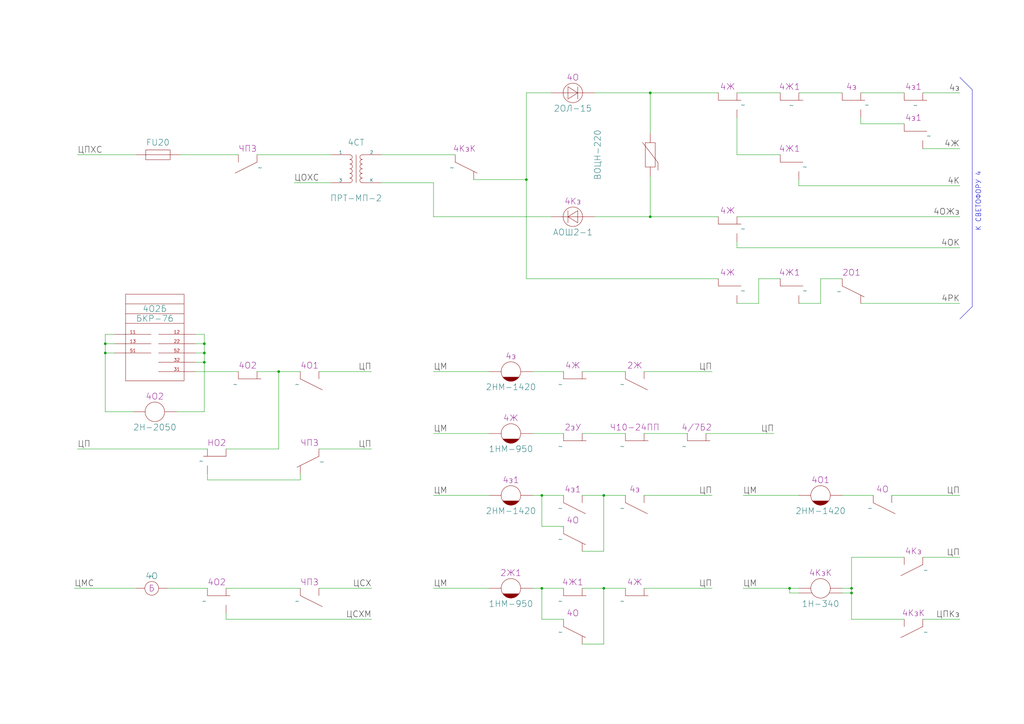
<source format=kicad_sch>
(kicad_sch (version 20250114) (generator "eeschema") (generator_version "9.0")
  (paper "A3")
  (title_block (title "Станция А") (company "МКТ РУТ (МИИТ)") (comment 1 "КП 27.02.03.03.000 ГЧ") (comment 2 "Сафранович") (comment 3 "Бузунова") (comment 9 "Схема включения огней светофора 2"))
  (lib_symbols
    (symbol "Blocks:О" (pin_names (offset 0) (hide yes))
      (property "Reference" "ОБ" (at 0 10.51 0))
      (property "Value" "БКР-76" (at 0 6.51 0))
      (symbol "О_1_1"
        (pin bidirectional line (at -16.51 0 0) (length 15) (name "") (number "11"))
        (pin bidirectional line (at -16.51 -3.81 0) (length 15) (name "") (number "13"))
        (pin bidirectional line (at -16.51 -7.62 0) (length 15) (name "") (number "51"))
        (pin bidirectional line (at 16.51 0 180) (length 15) (name "") (number "12"))
        (pin bidirectional line (at 16.51 -3.81 180) (length 15) (name "") (number "22"))
        (pin bidirectional line (at 16.51 -7.62 180) (length 15) (name "") (number "52"))
        (pin bidirectional line (at 16.51 -11.43 180) (length 15) (name "") (number "32"))
        (pin bidirectional line (at 16.51 -15.24 180) (length 15) (name "") (number "31"))
      )
    )
    (symbol "Blocks:СТ" (pin_numbers (hide yes)) (pin_names (offset 0))
      (property "Reference" "СТ" (at 0 10.16 0))
      (property "Value" "ПТ/ПОБС" (at 0 -12.7 0))
      (symbol "СТ_1_1"
        (pin passive line (at -10.16 5.08 0) (length 7.62) (name "1") (number "1"))
        (pin passive line (at -10.16 -6.35 0) (length 7.62) (name "3") (number "2"))
        (pin passive line (at 10.16 5.08 180) (length 7.62) (name "2") (number "3"))
        (pin passive line (at 10.16 -6.35 180) (length 7.62) (name "К") (number "7"))
      )
    )
    (symbol "Device_GOST:FU_FUSE" (pin_numbers (hide yes)) (pin_names (offset 0) (hide yes))
      (property "Reference" "FU" (at 0 3.81 0))
      (property "Value" "FU_FUSE" (at 0 -3.81 0))
      (symbol "FU_FUSE_1_1"
        (pin passive line (at -8.89 0 0) (length 3.8862) (name "~") (number "1"))
        (pin passive line (at 8.89 0 180) (length 3.8862) (name "~") (number "2"))
      )
    )
    (symbol "SCB_Legacy:Контакт_нейтрального_якоря_НЗ_бн" (pin_numbers (hide yes)) (pin_names (hide yes))
      (property "Обозначение реле" "Н" (at 0 2.54 0))
      (symbol "Контакт_нейтрального_якоря_НЗ_бн_0_1"
        (pin bidirectional line (at -3.81 0 270) (length 3) (name "") (number "1"))
      )
      (symbol "Контакт_нейтрального_якоря_НЗ_бн_1_1"
        (unit_name "Фронтовой-Тыловой")
        (pin bidirectional line (at 3.81 0 270) (length 3) (name "") (number "2"))
        (pin bidirectional line (at 3.81 -10.16 90) (length 3.3) (name "") (number "3"))
      )
      (symbol "Контакт_нейтрального_якоря_НЗ_бн_2_1"
        (unit_name "Тыловой")
        (pin bidirectional line (at 3.81 -10.16 90) (length 3.3) (name "") (number "3"))
      )
      (symbol "Контакт_нейтрального_якоря_НЗ_бн_3_1"
        (unit_name "Фронтовой")
        (pin bidirectional line (at 3.81 0 270) (length 3) (name "") (number "2"))
      )
      (symbol "Контакт_нейтрального_якоря_НЗ_бн_4_1"
        (unit_name "Усиленный перелючающий")
        (pin bidirectional line (at -3.81 0 270) (length 3) (name "") (number "1"))
        (pin bidirectional line (at 8.89 0 180) (length 2) (name "") (number "2"))
        (pin bidirectional line (at 8.89 -10.16 180) (length 2) (name "") (number "3"))
      )
      (symbol "Контакт_нейтрального_якоря_НЗ_бн_5_1"
        (unit_name "Усиленный замыкающий")
        (pin bidirectional line (at 8.89 0 180) (length 2) (name "") (number "2"))
      )
      (symbol "Контакт_нейтрального_якоря_НЗ_бн_6_1"
        (unit_name "Усиленный размыкающий")
        (pin bidirectional line (at 8.89 -10.16 180) (length 2) (name "") (number "3"))
      )
      (symbol "Контакт_нейтрального_якоря_НЗ_бн_7_1"
        (unit_name "С магнитным гашением")
        (pin bidirectional line (at 3.81 -10.16 90) (length 3.3) (name "") (number "3"))
        (pin bidirectional line (at 12.7 0 180) (length 2) (name "") (number "2"))
      )
      (symbol "Контакт_нейтрального_якоря_НЗ_бн_8_1"
        (unit_name "С безобрывным переключением")
        (pin bidirectional line (at 3.81 0 270) (length 3) (name "") (number "2"))
        (pin bidirectional line (at 3.81 -10.16 90) (length 3.3) (name "") (number "3"))
      )
    )
    (symbol "SCB_Legacy:Контакт_нейтрального_якоря_бн" (pin_numbers (hide yes)) (pin_names (hide yes))
      (property "Обозначение реле" "Н" (at 0 2.54 0))
      (symbol "Контакт_нейтрального_якоря_бн_0_1"
        (pin bidirectional line (at -3.81 0 270) (length 3) (name "") (number "1"))
      )
      (symbol "Контакт_нейтрального_якоря_бн_1_1"
        (unit_name "Фронтовой-Тыловой")
        (pin bidirectional line (at 3.81 0 270) (length 3) (name "") (number "2"))
        (pin bidirectional line (at 3.81 -10.16 90) (length 3.3) (name "") (number "3"))
      )
      (symbol "Контакт_нейтрального_якоря_бн_2_1"
        (unit_name "Тыловой")
        (pin bidirectional line (at 3.81 -10.16 90) (length 3.3) (name "") (number "3"))
      )
      (symbol "Контакт_нейтрального_якоря_бн_3_1"
        (unit_name "Фронтовой")
        (pin bidirectional line (at 3.81 0 270) (length 3) (name "") (number "2"))
      )
      (symbol "Контакт_нейтрального_якоря_бн_4_1"
        (unit_name "Усиленный перелючающий")
        (pin bidirectional line (at -3.81 0 270) (length 3) (name "") (number "1"))
        (pin bidirectional line (at 8.89 0 180) (length 2) (name "") (number "2"))
        (pin bidirectional line (at 8.89 -10.16 180) (length 2) (name "") (number "3"))
      )
      (symbol "Контакт_нейтрального_якоря_бн_5_1"
        (unit_name "Усиленный замыкающий")
        (pin bidirectional line (at 8.89 0 180) (length 2) (name "") (number "2"))
      )
      (symbol "Контакт_нейтрального_якоря_бн_6_1"
        (unit_name "Усиленный размыкающий")
        (pin bidirectional line (at 8.89 -10.16 180) (length 2) (name "") (number "3"))
      )
      (symbol "Контакт_нейтрального_якоря_бн_7_1"
        (unit_name "С магнитным гашением")
        (pin bidirectional line (at 3.81 -10.16 90) (length 3.3) (name "") (number "3"))
        (pin bidirectional line (at 12.7 0 180) (length 2) (name "") (number "2"))
      )
      (symbol "Контакт_нейтрального_якоря_бн_8_1"
        (unit_name "С безобрывным переключением")
        (pin bidirectional line (at 3.81 0 270) (length 3) (name "") (number "2"))
        (pin bidirectional line (at 3.81 -10.16 90) (length 3.3) (name "") (number "3"))
      )
      (symbol "Контакт_нейтрального_якоря_бн_9_1"
        (unit_name "Фронтовой-тыловой термолемента")
        (pin bidirectional line (at 3.81 0 270) (length 3) (name "") (number "2"))
        (pin bidirectional line (at 3.81 -10.16 90) (length 3.3) (name "") (number "3"))
      )
      (symbol "Контакт_нейтрального_якоря_бн_10_1"
        (unit_name "Тыловой термолемента")
        (pin bidirectional line (at 3.81 -10.16 90) (length 3.3) (name "") (number "3"))
      )
      (symbol "Контакт_нейтрального_якоря_бн_11_1"
        (unit_name "Фронтовой термолемента")
        (pin bidirectional line (at 3.81 0 270) (length 3) (name "") (number "2"))
      )
    )
    (symbol "SCB_Relay:Выравниватель" (pin_numbers (hide yes)) (pin_names (offset 0) (hide yes))
      (property "Reference" "R" (at 0 3.81 0))
      (property "Value" "ВОЦН" (at 0 -5.715 0))
      (symbol "Выравниватель_1_1"
        (pin passive line (at -8.89 0 0) (length 3.8862) (name "~") (number "1"))
        (pin passive line (at 8.89 0 180) (length 3.8862) (name "~") (number "2"))
      )
    )
    (symbol "SCB_Relay:Лампа" (pin_numbers (hide yes)) (pin_names (offset 0) (hide yes))
      (property "Reference" "Л" (at 0 5.08 0))
      (property "Цвет" "К" (at 0 0 0))
      (symbol "Лампа_1_1"
        (pin power_in line (at -6.35 0 0) (length 3.5) (name "П") (number "1"))
        (pin power_in line (at 6.35 0 180) (length 3.5) (name "М") (number "2"))
      )
    )
    (symbol "SCB_Relay:Нейтральное" (pin_numbers (hide yes)) (pin_names (offset 0.002) (hide yes))
      (property "Value" "НМШ" (at 0 -6.35 0))
      (property "Обозначение реле" "Н" (at 0 6.35 0))
      (symbol "Нейтральное_1_1"
        (unit_name "Общее")
        (pin power_in line (at -8.89 0 0) (length 4.8) (name "") (number "1"))
        (pin power_in line (at 8.89 0 180) (length 4.8) (name "") (number "4"))
      )
      (symbol "Нейтральное_2_1"
        (unit_name "С раздельными")
        (pin power_in line (at -8.89 0 0) (length 4.8) (name "") (number "1"))
        (pin power_in line (at -8.89 -1.905 0) (length 5.3) (name "") (number "2"))
        (pin power_in line (at 8.89 0 180) (length 4.8) (name "") (number "3"))
        (pin power_in line (at 8.89 -1.905 180) (length 5.3) (name "") (number "4"))
      )
    )
    (symbol "SCB_Relay:Нейтральное_с_замедлением_на_отпуск" (pin_numbers (hide yes)) (pin_names (offset 0.002) (hide yes))
      (property "Value" "НМШМ" (at 0 -6.35 0))
      (property "Обозначение реле" "Н" (at 0 6.35 0))
      (symbol "Нейтральное_с_замедлением_на_отпуск_1_1"
        (unit_name "Общее")
        (pin power_in line (at -8.89 0 0) (length 4.8) (name "") (number "1"))
        (pin power_in line (at 8.89 0 180) (length 4.8) (name "") (number "4"))
      )
      (symbol "Нейтральное_с_замедлением_на_отпуск_2_1"
        (unit_name "С раздельными")
        (pin power_in line (at -8.89 0 0) (length 4.8) (name "") (number "1"))
        (pin power_in line (at -8.89 -1.905 0) (length 5.3) (name "") (number "2"))
        (pin power_in line (at 8.89 0 180) (length 4.8) (name "") (number "3"))
        (pin power_in line (at 8.89 -1.905 180) (length 5.3) (name "") (number "4"))
      )
    )
    (symbol "SCB_Relay:Огневое" (pin_numbers (hide yes)) (pin_names (offset 0.002) (hide yes))
      (property "Value" "ОШ" (at 0 -6.35 0))
      (property "Обозначение реле" "О" (at 0 6.35 0))
      (symbol "Огневое_1_1"
        (unit_name "Общее")
        (pin power_in line (at -8.89 0 0) (length 4.8) (name "") (number "1"))
        (pin power_in line (at 8.89 0 180) (length 4.8) (name "") (number "4"))
      )
      (symbol "Огневое_2_1"
        (unit_name "С раздельными")
        (pin power_in line (at -8.89 1.905 0) (length 5.3) (name "") (number "1"))
        (pin power_in line (at -8.89 -1.905 0) (length 5.3) (name "") (number "2"))
        (pin power_in line (at 8.89 1.905 180) (length 5.3) (name "") (number "3"))
        (pin power_in line (at 8.89 -1.905 180) (length 5.3) (name "") (number "4"))
      )
    )
    (symbol "Контакт_нейтрального_якоря_НЗ_бн_1" (pin_numbers (hide yes)) (pin_names (hide yes))
      (property "Обозначение реле" "Н" (at 0 2.54 0))
      (symbol "Контакт_нейтрального_якоря_НЗ_бн_1_0_1"
        (pin bidirectional line (at -3.81 0 270) (length 3) (name "") (number "1"))
      )
      (symbol "Контакт_нейтрального_якоря_НЗ_бн_1_1_1"
        (unit_name "Фронтовой-Тыловой")
        (pin bidirectional line (at 3.81 0 270) (length 3) (name "") (number "2"))
        (pin bidirectional line (at 3.81 -10.16 90) (length 3.3) (name "") (number "3"))
      )
      (symbol "Контакт_нейтрального_якоря_НЗ_бн_1_2_1"
        (unit_name "Тыловой")
        (pin bidirectional line (at 3.81 -10.16 90) (length 3.3) (name "") (number "3"))
      )
      (symbol "Контакт_нейтрального_якоря_НЗ_бн_1_3_1"
        (unit_name "Фронтовой")
        (pin bidirectional line (at 3.81 0 270) (length 3) (name "") (number "2"))
      )
      (symbol "Контакт_нейтрального_якоря_НЗ_бн_1_4_1"
        (unit_name "Усиленный перелючающий")
        (pin bidirectional line (at -3.81 0 270) (length 3) (name "") (number "1"))
        (pin bidirectional line (at 8.89 0 180) (length 2) (name "") (number "2"))
        (pin bidirectional line (at 8.89 -10.16 180) (length 2) (name "") (number "3"))
      )
      (symbol "Контакт_нейтрального_якоря_НЗ_бн_1_5_1"
        (unit_name "Усиленный замыкающий")
        (pin bidirectional line (at 8.89 0 180) (length 2) (name "") (number "2"))
      )
      (symbol "Контакт_нейтрального_якоря_НЗ_бн_1_6_1"
        (unit_name "Усиленный размыкающий")
        (pin bidirectional line (at 8.89 -10.16 180) (length 2) (name "") (number "3"))
      )
      (symbol "Контакт_нейтрального_якоря_НЗ_бн_1_7_1"
        (unit_name "С магнитным гашением")
        (pin bidirectional line (at 3.81 -10.16 90) (length 3.3) (name "") (number "3"))
        (pin bidirectional line (at 12.7 0 180) (length 2) (name "") (number "2"))
      )
      (symbol "Контакт_нейтрального_якоря_НЗ_бн_1_8_1"
        (unit_name "С безобрывным переключением")
        (pin bidirectional line (at 3.81 0 270) (length 3) (name "") (number "2"))
        (pin bidirectional line (at 3.81 -10.16 90) (length 3.3) (name "") (number "3"))
      )
    )
    (symbol "Контакт_нейтрального_якоря_НЗ_бн_10" (pin_numbers (hide yes)) (pin_names (hide yes))
      (property "Обозначение реле" "Н" (at 0 2.54 0))
      (symbol "Контакт_нейтрального_якоря_НЗ_бн_10_0_1"
        (pin bidirectional line (at -3.81 0 270) (length 3) (name "") (number "1"))
      )
      (symbol "Контакт_нейтрального_якоря_НЗ_бн_10_1_1"
        (unit_name "Фронтовой-Тыловой")
        (pin bidirectional line (at 3.81 0 270) (length 3) (name "") (number "2"))
        (pin bidirectional line (at 3.81 -10.16 90) (length 3.3) (name "") (number "3"))
      )
      (symbol "Контакт_нейтрального_якоря_НЗ_бн_10_2_1"
        (unit_name "Тыловой")
        (pin bidirectional line (at 3.81 -10.16 90) (length 3.3) (name "") (number "3"))
      )
      (symbol "Контакт_нейтрального_якоря_НЗ_бн_10_3_1"
        (unit_name "Фронтовой")
        (pin bidirectional line (at 3.81 0 270) (length 3) (name "") (number "2"))
      )
      (symbol "Контакт_нейтрального_якоря_НЗ_бн_10_4_1"
        (unit_name "Усиленный перелючающий")
        (pin bidirectional line (at -3.81 0 270) (length 3) (name "") (number "1"))
        (pin bidirectional line (at 8.89 0 180) (length 2) (name "") (number "2"))
        (pin bidirectional line (at 8.89 -10.16 180) (length 2) (name "") (number "3"))
      )
      (symbol "Контакт_нейтрального_якоря_НЗ_бн_10_5_1"
        (unit_name "Усиленный замыкающий")
        (pin bidirectional line (at 8.89 0 180) (length 2) (name "") (number "2"))
      )
      (symbol "Контакт_нейтрального_якоря_НЗ_бн_10_6_1"
        (unit_name "Усиленный размыкающий")
        (pin bidirectional line (at 8.89 -10.16 180) (length 2) (name "") (number "3"))
      )
      (symbol "Контакт_нейтрального_якоря_НЗ_бн_10_7_1"
        (unit_name "С магнитным гашением")
        (pin bidirectional line (at 3.81 -10.16 90) (length 3.3) (name "") (number "3"))
        (pin bidirectional line (at 12.7 0 180) (length 2) (name "") (number "2"))
      )
      (symbol "Контакт_нейтрального_якоря_НЗ_бн_10_8_1"
        (unit_name "С безобрывным переключением")
        (pin bidirectional line (at 3.81 0 270) (length 3) (name "") (number "2"))
        (pin bidirectional line (at 3.81 -10.16 90) (length 3.3) (name "") (number "3"))
      )
    )
    (symbol "Контакт_нейтрального_якоря_НЗ_бн_11" (pin_numbers (hide yes)) (pin_names (hide yes))
      (property "Обозначение реле" "Н" (at 0 2.54 0))
      (symbol "Контакт_нейтрального_якоря_НЗ_бн_11_0_1"
        (pin bidirectional line (at -3.81 0 270) (length 3) (name "") (number "1"))
      )
      (symbol "Контакт_нейтрального_якоря_НЗ_бн_11_1_1"
        (unit_name "Фронтовой-Тыловой")
        (pin bidirectional line (at 3.81 0 270) (length 3) (name "") (number "2"))
        (pin bidirectional line (at 3.81 -10.16 90) (length 3.3) (name "") (number "3"))
      )
      (symbol "Контакт_нейтрального_якоря_НЗ_бн_11_2_1"
        (unit_name "Тыловой")
        (pin bidirectional line (at 3.81 -10.16 90) (length 3.3) (name "") (number "3"))
      )
      (symbol "Контакт_нейтрального_якоря_НЗ_бн_11_3_1"
        (unit_name "Фронтовой")
        (pin bidirectional line (at 3.81 0 270) (length 3) (name "") (number "2"))
      )
      (symbol "Контакт_нейтрального_якоря_НЗ_бн_11_4_1"
        (unit_name "Усиленный перелючающий")
        (pin bidirectional line (at -3.81 0 270) (length 3) (name "") (number "1"))
        (pin bidirectional line (at 8.89 0 180) (length 2) (name "") (number "2"))
        (pin bidirectional line (at 8.89 -10.16 180) (length 2) (name "") (number "3"))
      )
      (symbol "Контакт_нейтрального_якоря_НЗ_бн_11_5_1"
        (unit_name "Усиленный замыкающий")
        (pin bidirectional line (at 8.89 0 180) (length 2) (name "") (number "2"))
      )
      (symbol "Контакт_нейтрального_якоря_НЗ_бн_11_6_1"
        (unit_name "Усиленный размыкающий")
        (pin bidirectional line (at 8.89 -10.16 180) (length 2) (name "") (number "3"))
      )
      (symbol "Контакт_нейтрального_якоря_НЗ_бн_11_7_1"
        (unit_name "С магнитным гашением")
        (pin bidirectional line (at 3.81 -10.16 90) (length 3.3) (name "") (number "3"))
        (pin bidirectional line (at 12.7 0 180) (length 2) (name "") (number "2"))
      )
      (symbol "Контакт_нейтрального_якоря_НЗ_бн_11_8_1"
        (unit_name "С безобрывным переключением")
        (pin bidirectional line (at 3.81 0 270) (length 3) (name "") (number "2"))
        (pin bidirectional line (at 3.81 -10.16 90) (length 3.3) (name "") (number "3"))
      )
    )
    (symbol "Контакт_нейтрального_якоря_НЗ_бн_12" (pin_numbers (hide yes)) (pin_names (hide yes))
      (property "Обозначение реле" "Н" (at 0 2.54 0))
      (symbol "Контакт_нейтрального_якоря_НЗ_бн_12_0_1"
        (pin bidirectional line (at -3.81 0 270) (length 3) (name "") (number "1"))
      )
      (symbol "Контакт_нейтрального_якоря_НЗ_бн_12_1_1"
        (unit_name "Фронтовой-Тыловой")
        (pin bidirectional line (at 3.81 0 270) (length 3) (name "") (number "2"))
        (pin bidirectional line (at 3.81 -10.16 90) (length 3.3) (name "") (number "3"))
      )
      (symbol "Контакт_нейтрального_якоря_НЗ_бн_12_2_1"
        (unit_name "Тыловой")
        (pin bidirectional line (at 3.81 -10.16 90) (length 3.3) (name "") (number "3"))
      )
      (symbol "Контакт_нейтрального_якоря_НЗ_бн_12_3_1"
        (unit_name "Фронтовой")
        (pin bidirectional line (at 3.81 0 270) (length 3) (name "") (number "2"))
      )
      (symbol "Контакт_нейтрального_якоря_НЗ_бн_12_4_1"
        (unit_name "Усиленный перелючающий")
        (pin bidirectional line (at -3.81 0 270) (length 3) (name "") (number "1"))
        (pin bidirectional line (at 8.89 0 180) (length 2) (name "") (number "2"))
        (pin bidirectional line (at 8.89 -10.16 180) (length 2) (name "") (number "3"))
      )
      (symbol "Контакт_нейтрального_якоря_НЗ_бн_12_5_1"
        (unit_name "Усиленный замыкающий")
        (pin bidirectional line (at 8.89 0 180) (length 2) (name "") (number "2"))
      )
      (symbol "Контакт_нейтрального_якоря_НЗ_бн_12_6_1"
        (unit_name "Усиленный размыкающий")
        (pin bidirectional line (at 8.89 -10.16 180) (length 2) (name "") (number "3"))
      )
      (symbol "Контакт_нейтрального_якоря_НЗ_бн_12_7_1"
        (unit_name "С магнитным гашением")
        (pin bidirectional line (at 3.81 -10.16 90) (length 3.3) (name "") (number "3"))
        (pin bidirectional line (at 12.7 0 180) (length 2) (name "") (number "2"))
      )
      (symbol "Контакт_нейтрального_якоря_НЗ_бн_12_8_1"
        (unit_name "С безобрывным переключением")
        (pin bidirectional line (at 3.81 0 270) (length 3) (name "") (number "2"))
        (pin bidirectional line (at 3.81 -10.16 90) (length 3.3) (name "") (number "3"))
      )
    )
    (symbol "Контакт_нейтрального_якоря_НЗ_бн_13" (pin_numbers (hide yes)) (pin_names (hide yes))
      (property "Обозначение реле" "Н" (at 0 2.54 0))
      (symbol "Контакт_нейтрального_якоря_НЗ_бн_13_0_1"
        (pin bidirectional line (at -3.81 0 270) (length 3) (name "") (number "1"))
      )
      (symbol "Контакт_нейтрального_якоря_НЗ_бн_13_1_1"
        (unit_name "Фронтовой-Тыловой")
        (pin bidirectional line (at 3.81 0 270) (length 3) (name "") (number "2"))
        (pin bidirectional line (at 3.81 -10.16 90) (length 3.3) (name "") (number "3"))
      )
      (symbol "Контакт_нейтрального_якоря_НЗ_бн_13_2_1"
        (unit_name "Тыловой")
        (pin bidirectional line (at 3.81 -10.16 90) (length 3.3) (name "") (number "3"))
      )
      (symbol "Контакт_нейтрального_якоря_НЗ_бн_13_3_1"
        (unit_name "Фронтовой")
        (pin bidirectional line (at 3.81 0 270) (length 3) (name "") (number "2"))
      )
      (symbol "Контакт_нейтрального_якоря_НЗ_бн_13_4_1"
        (unit_name "Усиленный перелючающий")
        (pin bidirectional line (at -3.81 0 270) (length 3) (name "") (number "1"))
        (pin bidirectional line (at 8.89 0 180) (length 2) (name "") (number "2"))
        (pin bidirectional line (at 8.89 -10.16 180) (length 2) (name "") (number "3"))
      )
      (symbol "Контакт_нейтрального_якоря_НЗ_бн_13_5_1"
        (unit_name "Усиленный замыкающий")
        (pin bidirectional line (at 8.89 0 180) (length 2) (name "") (number "2"))
      )
      (symbol "Контакт_нейтрального_якоря_НЗ_бн_13_6_1"
        (unit_name "Усиленный размыкающий")
        (pin bidirectional line (at 8.89 -10.16 180) (length 2) (name "") (number "3"))
      )
      (symbol "Контакт_нейтрального_якоря_НЗ_бн_13_7_1"
        (unit_name "С магнитным гашением")
        (pin bidirectional line (at 3.81 -10.16 90) (length 3.3) (name "") (number "3"))
        (pin bidirectional line (at 12.7 0 180) (length 2) (name "") (number "2"))
      )
      (symbol "Контакт_нейтрального_якоря_НЗ_бн_13_8_1"
        (unit_name "С безобрывным переключением")
        (pin bidirectional line (at 3.81 0 270) (length 3) (name "") (number "2"))
        (pin bidirectional line (at 3.81 -10.16 90) (length 3.3) (name "") (number "3"))
      )
    )
    (symbol "Контакт_нейтрального_якоря_НЗ_бн_14" (pin_numbers (hide yes)) (pin_names (hide yes))
      (property "Обозначение реле" "Н" (at 0 2.54 0))
      (symbol "Контакт_нейтрального_якоря_НЗ_бн_14_0_1"
        (pin bidirectional line (at -3.81 0 270) (length 3) (name "") (number "1"))
      )
      (symbol "Контакт_нейтрального_якоря_НЗ_бн_14_1_1"
        (unit_name "Фронтовой-Тыловой")
        (pin bidirectional line (at 3.81 0 270) (length 3) (name "") (number "2"))
        (pin bidirectional line (at 3.81 -10.16 90) (length 3.3) (name "") (number "3"))
      )
      (symbol "Контакт_нейтрального_якоря_НЗ_бн_14_2_1"
        (unit_name "Тыловой")
        (pin bidirectional line (at 3.81 -10.16 90) (length 3.3) (name "") (number "3"))
      )
      (symbol "Контакт_нейтрального_якоря_НЗ_бн_14_3_1"
        (unit_name "Фронтовой")
        (pin bidirectional line (at 3.81 0 270) (length 3) (name "") (number "2"))
      )
      (symbol "Контакт_нейтрального_якоря_НЗ_бн_14_4_1"
        (unit_name "Усиленный перелючающий")
        (pin bidirectional line (at -3.81 0 270) (length 3) (name "") (number "1"))
        (pin bidirectional line (at 8.89 0 180) (length 2) (name "") (number "2"))
        (pin bidirectional line (at 8.89 -10.16 180) (length 2) (name "") (number "3"))
      )
      (symbol "Контакт_нейтрального_якоря_НЗ_бн_14_5_1"
        (unit_name "Усиленный замыкающий")
        (pin bidirectional line (at 8.89 0 180) (length 2) (name "") (number "2"))
      )
      (symbol "Контакт_нейтрального_якоря_НЗ_бн_14_6_1"
        (unit_name "Усиленный размыкающий")
        (pin bidirectional line (at 8.89 -10.16 180) (length 2) (name "") (number "3"))
      )
      (symbol "Контакт_нейтрального_якоря_НЗ_бн_14_7_1"
        (unit_name "С магнитным гашением")
        (pin bidirectional line (at 3.81 -10.16 90) (length 3.3) (name "") (number "3"))
        (pin bidirectional line (at 12.7 0 180) (length 2) (name "") (number "2"))
      )
      (symbol "Контакт_нейтрального_якоря_НЗ_бн_14_8_1"
        (unit_name "С безобрывным переключением")
        (pin bidirectional line (at 3.81 0 270) (length 3) (name "") (number "2"))
        (pin bidirectional line (at 3.81 -10.16 90) (length 3.3) (name "") (number "3"))
      )
    )
    (symbol "Контакт_нейтрального_якоря_НЗ_бн_15" (pin_numbers (hide yes)) (pin_names (hide yes))
      (property "Обозначение реле" "Н" (at 0 2.54 0))
      (symbol "Контакт_нейтрального_якоря_НЗ_бн_15_0_1"
        (pin bidirectional line (at -3.81 0 270) (length 3) (name "") (number "1"))
      )
      (symbol "Контакт_нейтрального_якоря_НЗ_бн_15_1_1"
        (unit_name "Фронтовой-Тыловой")
        (pin bidirectional line (at 3.81 0 270) (length 3) (name "") (number "2"))
        (pin bidirectional line (at 3.81 -10.16 90) (length 3.3) (name "") (number "3"))
      )
      (symbol "Контакт_нейтрального_якоря_НЗ_бн_15_2_1"
        (unit_name "Тыловой")
        (pin bidirectional line (at 3.81 -10.16 90) (length 3.3) (name "") (number "3"))
      )
      (symbol "Контакт_нейтрального_якоря_НЗ_бн_15_3_1"
        (unit_name "Фронтовой")
        (pin bidirectional line (at 3.81 0 270) (length 3) (name "") (number "2"))
      )
      (symbol "Контакт_нейтрального_якоря_НЗ_бн_15_4_1"
        (unit_name "Усиленный перелючающий")
        (pin bidirectional line (at -3.81 0 270) (length 3) (name "") (number "1"))
        (pin bidirectional line (at 8.89 0 180) (length 2) (name "") (number "2"))
        (pin bidirectional line (at 8.89 -10.16 180) (length 2) (name "") (number "3"))
      )
      (symbol "Контакт_нейтрального_якоря_НЗ_бн_15_5_1"
        (unit_name "Усиленный замыкающий")
        (pin bidirectional line (at 8.89 0 180) (length 2) (name "") (number "2"))
      )
      (symbol "Контакт_нейтрального_якоря_НЗ_бн_15_6_1"
        (unit_name "Усиленный размыкающий")
        (pin bidirectional line (at 8.89 -10.16 180) (length 2) (name "") (number "3"))
      )
      (symbol "Контакт_нейтрального_якоря_НЗ_бн_15_7_1"
        (unit_name "С магнитным гашением")
        (pin bidirectional line (at 3.81 -10.16 90) (length 3.3) (name "") (number "3"))
        (pin bidirectional line (at 12.7 0 180) (length 2) (name "") (number "2"))
      )
      (symbol "Контакт_нейтрального_якоря_НЗ_бн_15_8_1"
        (unit_name "С безобрывным переключением")
        (pin bidirectional line (at 3.81 0 270) (length 3) (name "") (number "2"))
        (pin bidirectional line (at 3.81 -10.16 90) (length 3.3) (name "") (number "3"))
      )
    )
    (symbol "Контакт_нейтрального_якоря_НЗ_бн_16" (pin_numbers (hide yes)) (pin_names (hide yes))
      (property "Обозначение реле" "Н" (at 0 2.54 0))
      (symbol "Контакт_нейтрального_якоря_НЗ_бн_16_0_1"
        (pin bidirectional line (at -3.81 0 270) (length 3) (name "") (number "1"))
      )
      (symbol "Контакт_нейтрального_якоря_НЗ_бн_16_1_1"
        (unit_name "Фронтовой-Тыловой")
        (pin bidirectional line (at 3.81 0 270) (length 3) (name "") (number "2"))
        (pin bidirectional line (at 3.81 -10.16 90) (length 3.3) (name "") (number "3"))
      )
      (symbol "Контакт_нейтрального_якоря_НЗ_бн_16_2_1"
        (unit_name "Тыловой")
        (pin bidirectional line (at 3.81 -10.16 90) (length 3.3) (name "") (number "3"))
      )
      (symbol "Контакт_нейтрального_якоря_НЗ_бн_16_3_1"
        (unit_name "Фронтовой")
        (pin bidirectional line (at 3.81 0 270) (length 3) (name "") (number "2"))
      )
      (symbol "Контакт_нейтрального_якоря_НЗ_бн_16_4_1"
        (unit_name "Усиленный перелючающий")
        (pin bidirectional line (at -3.81 0 270) (length 3) (name "") (number "1"))
        (pin bidirectional line (at 8.89 0 180) (length 2) (name "") (number "2"))
        (pin bidirectional line (at 8.89 -10.16 180) (length 2) (name "") (number "3"))
      )
      (symbol "Контакт_нейтрального_якоря_НЗ_бн_16_5_1"
        (unit_name "Усиленный замыкающий")
        (pin bidirectional line (at 8.89 0 180) (length 2) (name "") (number "2"))
      )
      (symbol "Контакт_нейтрального_якоря_НЗ_бн_16_6_1"
        (unit_name "Усиленный размыкающий")
        (pin bidirectional line (at 8.89 -10.16 180) (length 2) (name "") (number "3"))
      )
      (symbol "Контакт_нейтрального_якоря_НЗ_бн_16_7_1"
        (unit_name "С магнитным гашением")
        (pin bidirectional line (at 3.81 -10.16 90) (length 3.3) (name "") (number "3"))
        (pin bidirectional line (at 12.7 0 180) (length 2) (name "") (number "2"))
      )
      (symbol "Контакт_нейтрального_якоря_НЗ_бн_16_8_1"
        (unit_name "С безобрывным переключением")
        (pin bidirectional line (at 3.81 0 270) (length 3) (name "") (number "2"))
        (pin bidirectional line (at 3.81 -10.16 90) (length 3.3) (name "") (number "3"))
      )
    )
    (symbol "Контакт_нейтрального_якоря_НЗ_бн_17" (pin_numbers (hide yes)) (pin_names (hide yes))
      (property "Обозначение реле" "Н" (at 0 2.54 0))
      (symbol "Контакт_нейтрального_якоря_НЗ_бн_17_0_1"
        (pin bidirectional line (at -3.81 0 270) (length 3) (name "") (number "1"))
      )
      (symbol "Контакт_нейтрального_якоря_НЗ_бн_17_1_1"
        (unit_name "Фронтовой-Тыловой")
        (pin bidirectional line (at 3.81 0 270) (length 3) (name "") (number "2"))
        (pin bidirectional line (at 3.81 -10.16 90) (length 3.3) (name "") (number "3"))
      )
      (symbol "Контакт_нейтрального_якоря_НЗ_бн_17_2_1"
        (unit_name "Тыловой")
        (pin bidirectional line (at 3.81 -10.16 90) (length 3.3) (name "") (number "3"))
      )
      (symbol "Контакт_нейтрального_якоря_НЗ_бн_17_3_1"
        (unit_name "Фронтовой")
        (pin bidirectional line (at 3.81 0 270) (length 3) (name "") (number "2"))
      )
      (symbol "Контакт_нейтрального_якоря_НЗ_бн_17_4_1"
        (unit_name "Усиленный перелючающий")
        (pin bidirectional line (at -3.81 0 270) (length 3) (name "") (number "1"))
        (pin bidirectional line (at 8.89 0 180) (length 2) (name "") (number "2"))
        (pin bidirectional line (at 8.89 -10.16 180) (length 2) (name "") (number "3"))
      )
      (symbol "Контакт_нейтрального_якоря_НЗ_бн_17_5_1"
        (unit_name "Усиленный замыкающий")
        (pin bidirectional line (at 8.89 0 180) (length 2) (name "") (number "2"))
      )
      (symbol "Контакт_нейтрального_якоря_НЗ_бн_17_6_1"
        (unit_name "Усиленный размыкающий")
        (pin bidirectional line (at 8.89 -10.16 180) (length 2) (name "") (number "3"))
      )
      (symbol "Контакт_нейтрального_якоря_НЗ_бн_17_7_1"
        (unit_name "С магнитным гашением")
        (pin bidirectional line (at 3.81 -10.16 90) (length 3.3) (name "") (number "3"))
        (pin bidirectional line (at 12.7 0 180) (length 2) (name "") (number "2"))
      )
      (symbol "Контакт_нейтрального_якоря_НЗ_бн_17_8_1"
        (unit_name "С безобрывным переключением")
        (pin bidirectional line (at 3.81 0 270) (length 3) (name "") (number "2"))
        (pin bidirectional line (at 3.81 -10.16 90) (length 3.3) (name "") (number "3"))
      )
    )
    (symbol "Контакт_нейтрального_якоря_НЗ_бн_2" (pin_numbers (hide yes)) (pin_names (hide yes))
      (property "Обозначение реле" "Н" (at 0 2.54 0))
      (symbol "Контакт_нейтрального_якоря_НЗ_бн_2_0_1"
        (pin bidirectional line (at -3.81 0 270) (length 3) (name "") (number "1"))
      )
      (symbol "Контакт_нейтрального_якоря_НЗ_бн_2_1_1"
        (unit_name "Фронтовой-Тыловой")
        (pin bidirectional line (at 3.81 0 270) (length 3) (name "") (number "2"))
        (pin bidirectional line (at 3.81 -10.16 90) (length 3.3) (name "") (number "3"))
      )
      (symbol "Контакт_нейтрального_якоря_НЗ_бн_2_2_1"
        (unit_name "Тыловой")
        (pin bidirectional line (at 3.81 -10.16 90) (length 3.3) (name "") (number "3"))
      )
      (symbol "Контакт_нейтрального_якоря_НЗ_бн_2_3_1"
        (unit_name "Фронтовой")
        (pin bidirectional line (at 3.81 0 270) (length 3) (name "") (number "2"))
      )
      (symbol "Контакт_нейтрального_якоря_НЗ_бн_2_4_1"
        (unit_name "Усиленный перелючающий")
        (pin bidirectional line (at -3.81 0 270) (length 3) (name "") (number "1"))
        (pin bidirectional line (at 8.89 0 180) (length 2) (name "") (number "2"))
        (pin bidirectional line (at 8.89 -10.16 180) (length 2) (name "") (number "3"))
      )
      (symbol "Контакт_нейтрального_якоря_НЗ_бн_2_5_1"
        (unit_name "Усиленный замыкающий")
        (pin bidirectional line (at 8.89 0 180) (length 2) (name "") (number "2"))
      )
      (symbol "Контакт_нейтрального_якоря_НЗ_бн_2_6_1"
        (unit_name "Усиленный размыкающий")
        (pin bidirectional line (at 8.89 -10.16 180) (length 2) (name "") (number "3"))
      )
      (symbol "Контакт_нейтрального_якоря_НЗ_бн_2_7_1"
        (unit_name "С магнитным гашением")
        (pin bidirectional line (at 3.81 -10.16 90) (length 3.3) (name "") (number "3"))
        (pin bidirectional line (at 12.7 0 180) (length 2) (name "") (number "2"))
      )
      (symbol "Контакт_нейтрального_якоря_НЗ_бн_2_8_1"
        (unit_name "С безобрывным переключением")
        (pin bidirectional line (at 3.81 0 270) (length 3) (name "") (number "2"))
        (pin bidirectional line (at 3.81 -10.16 90) (length 3.3) (name "") (number "3"))
      )
    )
    (symbol "Контакт_нейтрального_якоря_НЗ_бн_3" (pin_numbers (hide yes)) (pin_names (hide yes))
      (property "Обозначение реле" "Н" (at 0 2.54 0))
      (symbol "Контакт_нейтрального_якоря_НЗ_бн_3_0_1"
        (pin bidirectional line (at -3.81 0 270) (length 3) (name "") (number "1"))
      )
      (symbol "Контакт_нейтрального_якоря_НЗ_бн_3_1_1"
        (unit_name "Фронтовой-Тыловой")
        (pin bidirectional line (at 3.81 0 270) (length 3) (name "") (number "2"))
        (pin bidirectional line (at 3.81 -10.16 90) (length 3.3) (name "") (number "3"))
      )
      (symbol "Контакт_нейтрального_якоря_НЗ_бн_3_2_1"
        (unit_name "Тыловой")
        (pin bidirectional line (at 3.81 -10.16 90) (length 3.3) (name "") (number "3"))
      )
      (symbol "Контакт_нейтрального_якоря_НЗ_бн_3_3_1"
        (unit_name "Фронтовой")
        (pin bidirectional line (at 3.81 0 270) (length 3) (name "") (number "2"))
      )
      (symbol "Контакт_нейтрального_якоря_НЗ_бн_3_4_1"
        (unit_name "Усиленный перелючающий")
        (pin bidirectional line (at -3.81 0 270) (length 3) (name "") (number "1"))
        (pin bidirectional line (at 8.89 0 180) (length 2) (name "") (number "2"))
        (pin bidirectional line (at 8.89 -10.16 180) (length 2) (name "") (number "3"))
      )
      (symbol "Контакт_нейтрального_якоря_НЗ_бн_3_5_1"
        (unit_name "Усиленный замыкающий")
        (pin bidirectional line (at 8.89 0 180) (length 2) (name "") (number "2"))
      )
      (symbol "Контакт_нейтрального_якоря_НЗ_бн_3_6_1"
        (unit_name "Усиленный размыкающий")
        (pin bidirectional line (at 8.89 -10.16 180) (length 2) (name "") (number "3"))
      )
      (symbol "Контакт_нейтрального_якоря_НЗ_бн_3_7_1"
        (unit_name "С магнитным гашением")
        (pin bidirectional line (at 3.81 -10.16 90) (length 3.3) (name "") (number "3"))
        (pin bidirectional line (at 12.7 0 180) (length 2) (name "") (number "2"))
      )
      (symbol "Контакт_нейтрального_якоря_НЗ_бн_3_8_1"
        (unit_name "С безобрывным переключением")
        (pin bidirectional line (at 3.81 0 270) (length 3) (name "") (number "2"))
        (pin bidirectional line (at 3.81 -10.16 90) (length 3.3) (name "") (number "3"))
      )
    )
    (symbol "Контакт_нейтрального_якоря_НЗ_бн_4" (pin_numbers (hide yes)) (pin_names (hide yes))
      (property "Обозначение реле" "Н" (at 0 2.54 0))
      (symbol "Контакт_нейтрального_якоря_НЗ_бн_4_0_1"
        (pin bidirectional line (at -3.81 0 270) (length 3) (name "") (number "1"))
      )
      (symbol "Контакт_нейтрального_якоря_НЗ_бн_4_1_1"
        (unit_name "Фронтовой-Тыловой")
        (pin bidirectional line (at 3.81 0 270) (length 3) (name "") (number "2"))
        (pin bidirectional line (at 3.81 -10.16 90) (length 3.3) (name "") (number "3"))
      )
      (symbol "Контакт_нейтрального_якоря_НЗ_бн_4_2_1"
        (unit_name "Тыловой")
        (pin bidirectional line (at 3.81 -10.16 90) (length 3.3) (name "") (number "3"))
      )
      (symbol "Контакт_нейтрального_якоря_НЗ_бн_4_3_1"
        (unit_name "Фронтовой")
        (pin bidirectional line (at 3.81 0 270) (length 3) (name "") (number "2"))
      )
      (symbol "Контакт_нейтрального_якоря_НЗ_бн_4_4_1"
        (unit_name "Усиленный перелючающий")
        (pin bidirectional line (at -3.81 0 270) (length 3) (name "") (number "1"))
        (pin bidirectional line (at 8.89 0 180) (length 2) (name "") (number "2"))
        (pin bidirectional line (at 8.89 -10.16 180) (length 2) (name "") (number "3"))
      )
      (symbol "Контакт_нейтрального_якоря_НЗ_бн_4_5_1"
        (unit_name "Усиленный замыкающий")
        (pin bidirectional line (at 8.89 0 180) (length 2) (name "") (number "2"))
      )
      (symbol "Контакт_нейтрального_якоря_НЗ_бн_4_6_1"
        (unit_name "Усиленный размыкающий")
        (pin bidirectional line (at 8.89 -10.16 180) (length 2) (name "") (number "3"))
      )
      (symbol "Контакт_нейтрального_якоря_НЗ_бн_4_7_1"
        (unit_name "С магнитным гашением")
        (pin bidirectional line (at 3.81 -10.16 90) (length 3.3) (name "") (number "3"))
        (pin bidirectional line (at 12.7 0 180) (length 2) (name "") (number "2"))
      )
      (symbol "Контакт_нейтрального_якоря_НЗ_бн_4_8_1"
        (unit_name "С безобрывным переключением")
        (pin bidirectional line (at 3.81 0 270) (length 3) (name "") (number "2"))
        (pin bidirectional line (at 3.81 -10.16 90) (length 3.3) (name "") (number "3"))
      )
    )
    (symbol "Контакт_нейтрального_якоря_НЗ_бн_5" (pin_numbers (hide yes)) (pin_names (hide yes))
      (property "Обозначение реле" "Н" (at 0 2.54 0))
      (symbol "Контакт_нейтрального_якоря_НЗ_бн_5_0_1"
        (pin bidirectional line (at -3.81 0 270) (length 3) (name "") (number "1"))
      )
      (symbol "Контакт_нейтрального_якоря_НЗ_бн_5_1_1"
        (unit_name "Фронтовой-Тыловой")
        (pin bidirectional line (at 3.81 0 270) (length 3) (name "") (number "2"))
        (pin bidirectional line (at 3.81 -10.16 90) (length 3.3) (name "") (number "3"))
      )
      (symbol "Контакт_нейтрального_якоря_НЗ_бн_5_2_1"
        (unit_name "Тыловой")
        (pin bidirectional line (at 3.81 -10.16 90) (length 3.3) (name "") (number "3"))
      )
      (symbol "Контакт_нейтрального_якоря_НЗ_бн_5_3_1"
        (unit_name "Фронтовой")
        (pin bidirectional line (at 3.81 0 270) (length 3) (name "") (number "2"))
      )
      (symbol "Контакт_нейтрального_якоря_НЗ_бн_5_4_1"
        (unit_name "Усиленный перелючающий")
        (pin bidirectional line (at -3.81 0 270) (length 3) (name "") (number "1"))
        (pin bidirectional line (at 8.89 0 180) (length 2) (name "") (number "2"))
        (pin bidirectional line (at 8.89 -10.16 180) (length 2) (name "") (number "3"))
      )
      (symbol "Контакт_нейтрального_якоря_НЗ_бн_5_5_1"
        (unit_name "Усиленный замыкающий")
        (pin bidirectional line (at 8.89 0 180) (length 2) (name "") (number "2"))
      )
      (symbol "Контакт_нейтрального_якоря_НЗ_бн_5_6_1"
        (unit_name "Усиленный размыкающий")
        (pin bidirectional line (at 8.89 -10.16 180) (length 2) (name "") (number "3"))
      )
      (symbol "Контакт_нейтрального_якоря_НЗ_бн_5_7_1"
        (unit_name "С магнитным гашением")
        (pin bidirectional line (at 3.81 -10.16 90) (length 3.3) (name "") (number "3"))
        (pin bidirectional line (at 12.7 0 180) (length 2) (name "") (number "2"))
      )
      (symbol "Контакт_нейтрального_якоря_НЗ_бн_5_8_1"
        (unit_name "С безобрывным переключением")
        (pin bidirectional line (at 3.81 0 270) (length 3) (name "") (number "2"))
        (pin bidirectional line (at 3.81 -10.16 90) (length 3.3) (name "") (number "3"))
      )
    )
    (symbol "Контакт_нейтрального_якоря_НЗ_бн_6" (pin_numbers (hide yes)) (pin_names (hide yes))
      (property "Обозначение реле" "Н" (at 0 2.54 0))
      (symbol "Контакт_нейтрального_якоря_НЗ_бн_6_0_1"
        (pin bidirectional line (at -3.81 0 270) (length 3) (name "") (number "1"))
      )
      (symbol "Контакт_нейтрального_якоря_НЗ_бн_6_1_1"
        (unit_name "Фронтовой-Тыловой")
        (pin bidirectional line (at 3.81 0 270) (length 3) (name "") (number "2"))
        (pin bidirectional line (at 3.81 -10.16 90) (length 3.3) (name "") (number "3"))
      )
      (symbol "Контакт_нейтрального_якоря_НЗ_бн_6_2_1"
        (unit_name "Тыловой")
        (pin bidirectional line (at 3.81 -10.16 90) (length 3.3) (name "") (number "3"))
      )
      (symbol "Контакт_нейтрального_якоря_НЗ_бн_6_3_1"
        (unit_name "Фронтовой")
        (pin bidirectional line (at 3.81 0 270) (length 3) (name "") (number "2"))
      )
      (symbol "Контакт_нейтрального_якоря_НЗ_бн_6_4_1"
        (unit_name "Усиленный перелючающий")
        (pin bidirectional line (at -3.81 0 270) (length 3) (name "") (number "1"))
        (pin bidirectional line (at 8.89 0 180) (length 2) (name "") (number "2"))
        (pin bidirectional line (at 8.89 -10.16 180) (length 2) (name "") (number "3"))
      )
      (symbol "Контакт_нейтрального_якоря_НЗ_бн_6_5_1"
        (unit_name "Усиленный замыкающий")
        (pin bidirectional line (at 8.89 0 180) (length 2) (name "") (number "2"))
      )
      (symbol "Контакт_нейтрального_якоря_НЗ_бн_6_6_1"
        (unit_name "Усиленный размыкающий")
        (pin bidirectional line (at 8.89 -10.16 180) (length 2) (name "") (number "3"))
      )
      (symbol "Контакт_нейтрального_якоря_НЗ_бн_6_7_1"
        (unit_name "С магнитным гашением")
        (pin bidirectional line (at 3.81 -10.16 90) (length 3.3) (name "") (number "3"))
        (pin bidirectional line (at 12.7 0 180) (length 2) (name "") (number "2"))
      )
      (symbol "Контакт_нейтрального_якоря_НЗ_бн_6_8_1"
        (unit_name "С безобрывным переключением")
        (pin bidirectional line (at 3.81 0 270) (length 3) (name "") (number "2"))
        (pin bidirectional line (at 3.81 -10.16 90) (length 3.3) (name "") (number "3"))
      )
    )
    (symbol "Контакт_нейтрального_якоря_НЗ_бн_7" (pin_numbers (hide yes)) (pin_names (hide yes))
      (property "Обозначение реле" "Н" (at 0 2.54 0))
      (symbol "Контакт_нейтрального_якоря_НЗ_бн_7_0_1"
        (pin bidirectional line (at -3.81 0 270) (length 3) (name "") (number "1"))
      )
      (symbol "Контакт_нейтрального_якоря_НЗ_бн_7_1_1"
        (unit_name "Фронтовой-Тыловой")
        (pin bidirectional line (at 3.81 0 270) (length 3) (name "") (number "2"))
        (pin bidirectional line (at 3.81 -10.16 90) (length 3.3) (name "") (number "3"))
      )
      (symbol "Контакт_нейтрального_якоря_НЗ_бн_7_2_1"
        (unit_name "Тыловой")
        (pin bidirectional line (at 3.81 -10.16 90) (length 3.3) (name "") (number "3"))
      )
      (symbol "Контакт_нейтрального_якоря_НЗ_бн_7_3_1"
        (unit_name "Фронтовой")
        (pin bidirectional line (at 3.81 0 270) (length 3) (name "") (number "2"))
      )
      (symbol "Контакт_нейтрального_якоря_НЗ_бн_7_4_1"
        (unit_name "Усиленный перелючающий")
        (pin bidirectional line (at -3.81 0 270) (length 3) (name "") (number "1"))
        (pin bidirectional line (at 8.89 0 180) (length 2) (name "") (number "2"))
        (pin bidirectional line (at 8.89 -10.16 180) (length 2) (name "") (number "3"))
      )
      (symbol "Контакт_нейтрального_якоря_НЗ_бн_7_5_1"
        (unit_name "Усиленный замыкающий")
        (pin bidirectional line (at 8.89 0 180) (length 2) (name "") (number "2"))
      )
      (symbol "Контакт_нейтрального_якоря_НЗ_бн_7_6_1"
        (unit_name "Усиленный размыкающий")
        (pin bidirectional line (at 8.89 -10.16 180) (length 2) (name "") (number "3"))
      )
      (symbol "Контакт_нейтрального_якоря_НЗ_бн_7_7_1"
        (unit_name "С магнитным гашением")
        (pin bidirectional line (at 3.81 -10.16 90) (length 3.3) (name "") (number "3"))
        (pin bidirectional line (at 12.7 0 180) (length 2) (name "") (number "2"))
      )
      (symbol "Контакт_нейтрального_якоря_НЗ_бн_7_8_1"
        (unit_name "С безобрывным переключением")
        (pin bidirectional line (at 3.81 0 270) (length 3) (name "") (number "2"))
        (pin bidirectional line (at 3.81 -10.16 90) (length 3.3) (name "") (number "3"))
      )
    )
    (symbol "Контакт_нейтрального_якоря_НЗ_бн_8" (pin_numbers (hide yes)) (pin_names (hide yes))
      (property "Обозначение реле" "Н" (at 0 2.54 0))
      (symbol "Контакт_нейтрального_якоря_НЗ_бн_8_0_1"
        (pin bidirectional line (at -3.81 0 270) (length 3) (name "") (number "1"))
      )
      (symbol "Контакт_нейтрального_якоря_НЗ_бн_8_1_1"
        (unit_name "Фронтовой-Тыловой")
        (pin bidirectional line (at 3.81 0 270) (length 3) (name "") (number "2"))
        (pin bidirectional line (at 3.81 -10.16 90) (length 3.3) (name "") (number "3"))
      )
      (symbol "Контакт_нейтрального_якоря_НЗ_бн_8_2_1"
        (unit_name "Тыловой")
        (pin bidirectional line (at 3.81 -10.16 90) (length 3.3) (name "") (number "3"))
      )
      (symbol "Контакт_нейтрального_якоря_НЗ_бн_8_3_1"
        (unit_name "Фронтовой")
        (pin bidirectional line (at 3.81 0 270) (length 3) (name "") (number "2"))
      )
      (symbol "Контакт_нейтрального_якоря_НЗ_бн_8_4_1"
        (unit_name "Усиленный перелючающий")
        (pin bidirectional line (at -3.81 0 270) (length 3) (name "") (number "1"))
        (pin bidirectional line (at 8.89 0 180) (length 2) (name "") (number "2"))
        (pin bidirectional line (at 8.89 -10.16 180) (length 2) (name "") (number "3"))
      )
      (symbol "Контакт_нейтрального_якоря_НЗ_бн_8_5_1"
        (unit_name "Усиленный замыкающий")
        (pin bidirectional line (at 8.89 0 180) (length 2) (name "") (number "2"))
      )
      (symbol "Контакт_нейтрального_якоря_НЗ_бн_8_6_1"
        (unit_name "Усиленный размыкающий")
        (pin bidirectional line (at 8.89 -10.16 180) (length 2) (name "") (number "3"))
      )
      (symbol "Контакт_нейтрального_якоря_НЗ_бн_8_7_1"
        (unit_name "С магнитным гашением")
        (pin bidirectional line (at 3.81 -10.16 90) (length 3.3) (name "") (number "3"))
        (pin bidirectional line (at 12.7 0 180) (length 2) (name "") (number "2"))
      )
      (symbol "Контакт_нейтрального_якоря_НЗ_бн_8_8_1"
        (unit_name "С безобрывным переключением")
        (pin bidirectional line (at 3.81 0 270) (length 3) (name "") (number "2"))
        (pin bidirectional line (at 3.81 -10.16 90) (length 3.3) (name "") (number "3"))
      )
    )
    (symbol "Контакт_нейтрального_якоря_НЗ_бн_9" (pin_numbers (hide yes)) (pin_names (hide yes))
      (property "Обозначение реле" "Н" (at 0 2.54 0))
      (symbol "Контакт_нейтрального_якоря_НЗ_бн_9_0_1"
        (pin bidirectional line (at -3.81 0 270) (length 3) (name "") (number "1"))
      )
      (symbol "Контакт_нейтрального_якоря_НЗ_бн_9_1_1"
        (unit_name "Фронтовой-Тыловой")
        (pin bidirectional line (at 3.81 0 270) (length 3) (name "") (number "2"))
        (pin bidirectional line (at 3.81 -10.16 90) (length 3.3) (name "") (number "3"))
      )
      (symbol "Контакт_нейтрального_якоря_НЗ_бн_9_2_1"
        (unit_name "Тыловой")
        (pin bidirectional line (at 3.81 -10.16 90) (length 3.3) (name "") (number "3"))
      )
      (symbol "Контакт_нейтрального_якоря_НЗ_бн_9_3_1"
        (unit_name "Фронтовой")
        (pin bidirectional line (at 3.81 0 270) (length 3) (name "") (number "2"))
      )
      (symbol "Контакт_нейтрального_якоря_НЗ_бн_9_4_1"
        (unit_name "Усиленный перелючающий")
        (pin bidirectional line (at -3.81 0 270) (length 3) (name "") (number "1"))
        (pin bidirectional line (at 8.89 0 180) (length 2) (name "") (number "2"))
        (pin bidirectional line (at 8.89 -10.16 180) (length 2) (name "") (number "3"))
      )
      (symbol "Контакт_нейтрального_якоря_НЗ_бн_9_5_1"
        (unit_name "Усиленный замыкающий")
        (pin bidirectional line (at 8.89 0 180) (length 2) (name "") (number "2"))
      )
      (symbol "Контакт_нейтрального_якоря_НЗ_бн_9_6_1"
        (unit_name "Усиленный размыкающий")
        (pin bidirectional line (at 8.89 -10.16 180) (length 2) (name "") (number "3"))
      )
      (symbol "Контакт_нейтрального_якоря_НЗ_бн_9_7_1"
        (unit_name "С магнитным гашением")
        (pin bidirectional line (at 3.81 -10.16 90) (length 3.3) (name "") (number "3"))
        (pin bidirectional line (at 12.7 0 180) (length 2) (name "") (number "2"))
      )
      (symbol "Контакт_нейтрального_якоря_НЗ_бн_9_8_1"
        (unit_name "С безобрывным переключением")
        (pin bidirectional line (at 3.81 0 270) (length 3) (name "") (number "2"))
        (pin bidirectional line (at 3.81 -10.16 90) (length 3.3) (name "") (number "3"))
      )
    )
    (symbol "Контакт_нейтрального_якоря_бн_1" (pin_numbers (hide yes)) (pin_names (hide yes))
      (property "Обозначение реле" "Н" (at 0 2.54 0))
      (symbol "Контакт_нейтрального_якоря_бн_1_0_1"
        (pin bidirectional line (at -3.81 0 270) (length 3) (name "") (number "1"))
      )
      (symbol "Контакт_нейтрального_якоря_бн_1_1_1"
        (unit_name "Фронтовой-Тыловой")
        (pin bidirectional line (at 3.81 0 270) (length 3) (name "") (number "2"))
        (pin bidirectional line (at 3.81 -10.16 90) (length 3.3) (name "") (number "3"))
      )
      (symbol "Контакт_нейтрального_якоря_бн_1_2_1"
        (unit_name "Тыловой")
        (pin bidirectional line (at 3.81 -10.16 90) (length 3.3) (name "") (number "3"))
      )
      (symbol "Контакт_нейтрального_якоря_бн_1_3_1"
        (unit_name "Фронтовой")
        (pin bidirectional line (at 3.81 0 270) (length 3) (name "") (number "2"))
      )
      (symbol "Контакт_нейтрального_якоря_бн_1_4_1"
        (unit_name "Усиленный перелючающий")
        (pin bidirectional line (at -3.81 0 270) (length 3) (name "") (number "1"))
        (pin bidirectional line (at 8.89 0 180) (length 2) (name "") (number "2"))
        (pin bidirectional line (at 8.89 -10.16 180) (length 2) (name "") (number "3"))
      )
      (symbol "Контакт_нейтрального_якоря_бн_1_5_1"
        (unit_name "Усиленный замыкающий")
        (pin bidirectional line (at 8.89 0 180) (length 2) (name "") (number "2"))
      )
      (symbol "Контакт_нейтрального_якоря_бн_1_6_1"
        (unit_name "Усиленный размыкающий")
        (pin bidirectional line (at 8.89 -10.16 180) (length 2) (name "") (number "3"))
      )
      (symbol "Контакт_нейтрального_якоря_бн_1_7_1"
        (unit_name "С магнитным гашением")
        (pin bidirectional line (at 3.81 -10.16 90) (length 3.3) (name "") (number "3"))
        (pin bidirectional line (at 12.7 0 180) (length 2) (name "") (number "2"))
      )
      (symbol "Контакт_нейтрального_якоря_бн_1_8_1"
        (unit_name "С безобрывным переключением")
        (pin bidirectional line (at 3.81 0 270) (length 3) (name "") (number "2"))
        (pin bidirectional line (at 3.81 -10.16 90) (length 3.3) (name "") (number "3"))
      )
      (symbol "Контакт_нейтрального_якоря_бн_1_9_1"
        (unit_name "Фронтовой-тыловой термолемента")
        (pin bidirectional line (at 3.81 0 270) (length 3) (name "") (number "2"))
        (pin bidirectional line (at 3.81 -10.16 90) (length 3.3) (name "") (number "3"))
      )
      (symbol "Контакт_нейтрального_якоря_бн_1_10_1"
        (unit_name "Тыловой термолемента")
        (pin bidirectional line (at 3.81 -10.16 90) (length 3.3) (name "") (number "3"))
      )
      (symbol "Контакт_нейтрального_якоря_бн_1_11_1"
        (unit_name "Фронтовой термолемента")
        (pin bidirectional line (at 3.81 0 270) (length 3) (name "") (number "2"))
      )
    )
    (symbol "Контакт_нейтрального_якоря_бн_10" (pin_numbers (hide yes)) (pin_names (hide yes))
      (property "Обозначение реле" "Н" (at 0 2.54 0))
      (symbol "Контакт_нейтрального_якоря_бн_10_0_1"
        (pin bidirectional line (at -3.81 0 270) (length 3) (name "") (number "1"))
      )
      (symbol "Контакт_нейтрального_якоря_бн_10_1_1"
        (unit_name "Фронтовой-Тыловой")
        (pin bidirectional line (at 3.81 0 270) (length 3) (name "") (number "2"))
        (pin bidirectional line (at 3.81 -10.16 90) (length 3.3) (name "") (number "3"))
      )
      (symbol "Контакт_нейтрального_якоря_бн_10_2_1"
        (unit_name "Тыловой")
        (pin bidirectional line (at 3.81 -10.16 90) (length 3.3) (name "") (number "3"))
      )
      (symbol "Контакт_нейтрального_якоря_бн_10_3_1"
        (unit_name "Фронтовой")
        (pin bidirectional line (at 3.81 0 270) (length 3) (name "") (number "2"))
      )
      (symbol "Контакт_нейтрального_якоря_бн_10_4_1"
        (unit_name "Усиленный перелючающий")
        (pin bidirectional line (at -3.81 0 270) (length 3) (name "") (number "1"))
        (pin bidirectional line (at 8.89 0 180) (length 2) (name "") (number "2"))
        (pin bidirectional line (at 8.89 -10.16 180) (length 2) (name "") (number "3"))
      )
      (symbol "Контакт_нейтрального_якоря_бн_10_5_1"
        (unit_name "Усиленный замыкающий")
        (pin bidirectional line (at 8.89 0 180) (length 2) (name "") (number "2"))
      )
      (symbol "Контакт_нейтрального_якоря_бн_10_6_1"
        (unit_name "Усиленный размыкающий")
        (pin bidirectional line (at 8.89 -10.16 180) (length 2) (name "") (number "3"))
      )
      (symbol "Контакт_нейтрального_якоря_бн_10_7_1"
        (unit_name "С магнитным гашением")
        (pin bidirectional line (at 3.81 -10.16 90) (length 3.3) (name "") (number "3"))
        (pin bidirectional line (at 12.7 0 180) (length 2) (name "") (number "2"))
      )
      (symbol "Контакт_нейтрального_якоря_бн_10_8_1"
        (unit_name "С безобрывным переключением")
        (pin bidirectional line (at 3.81 0 270) (length 3) (name "") (number "2"))
        (pin bidirectional line (at 3.81 -10.16 90) (length 3.3) (name "") (number "3"))
      )
      (symbol "Контакт_нейтрального_якоря_бн_10_9_1"
        (unit_name "Фронтовой-тыловой термолемента")
        (pin bidirectional line (at 3.81 0 270) (length 3) (name "") (number "2"))
        (pin bidirectional line (at 3.81 -10.16 90) (length 3.3) (name "") (number "3"))
      )
      (symbol "Контакт_нейтрального_якоря_бн_10_10_1"
        (unit_name "Тыловой термолемента")
        (pin bidirectional line (at 3.81 -10.16 90) (length 3.3) (name "") (number "3"))
      )
      (symbol "Контакт_нейтрального_якоря_бн_10_11_1"
        (unit_name "Фронтовой термолемента")
        (pin bidirectional line (at 3.81 0 270) (length 3) (name "") (number "2"))
      )
    )
    (symbol "Контакт_нейтрального_якоря_бн_11" (pin_numbers (hide yes)) (pin_names (hide yes))
      (property "Обозначение реле" "Н" (at 0 2.54 0))
      (symbol "Контакт_нейтрального_якоря_бн_11_0_1"
        (pin bidirectional line (at -3.81 0 270) (length 3) (name "") (number "1"))
      )
      (symbol "Контакт_нейтрального_якоря_бн_11_1_1"
        (unit_name "Фронтовой-Тыловой")
        (pin bidirectional line (at 3.81 0 270) (length 3) (name "") (number "2"))
        (pin bidirectional line (at 3.81 -10.16 90) (length 3.3) (name "") (number "3"))
      )
      (symbol "Контакт_нейтрального_якоря_бн_11_2_1"
        (unit_name "Тыловой")
        (pin bidirectional line (at 3.81 -10.16 90) (length 3.3) (name "") (number "3"))
      )
      (symbol "Контакт_нейтрального_якоря_бн_11_3_1"
        (unit_name "Фронтовой")
        (pin bidirectional line (at 3.81 0 270) (length 3) (name "") (number "2"))
      )
      (symbol "Контакт_нейтрального_якоря_бн_11_4_1"
        (unit_name "Усиленный перелючающий")
        (pin bidirectional line (at -3.81 0 270) (length 3) (name "") (number "1"))
        (pin bidirectional line (at 8.89 0 180) (length 2) (name "") (number "2"))
        (pin bidirectional line (at 8.89 -10.16 180) (length 2) (name "") (number "3"))
      )
      (symbol "Контакт_нейтрального_якоря_бн_11_5_1"
        (unit_name "Усиленный замыкающий")
        (pin bidirectional line (at 8.89 0 180) (length 2) (name "") (number "2"))
      )
      (symbol "Контакт_нейтрального_якоря_бн_11_6_1"
        (unit_name "Усиленный размыкающий")
        (pin bidirectional line (at 8.89 -10.16 180) (length 2) (name "") (number "3"))
      )
      (symbol "Контакт_нейтрального_якоря_бн_11_7_1"
        (unit_name "С магнитным гашением")
        (pin bidirectional line (at 3.81 -10.16 90) (length 3.3) (name "") (number "3"))
        (pin bidirectional line (at 12.7 0 180) (length 2) (name "") (number "2"))
      )
      (symbol "Контакт_нейтрального_якоря_бн_11_8_1"
        (unit_name "С безобрывным переключением")
        (pin bidirectional line (at 3.81 0 270) (length 3) (name "") (number "2"))
        (pin bidirectional line (at 3.81 -10.16 90) (length 3.3) (name "") (number "3"))
      )
      (symbol "Контакт_нейтрального_якоря_бн_11_9_1"
        (unit_name "Фронтовой-тыловой термолемента")
        (pin bidirectional line (at 3.81 0 270) (length 3) (name "") (number "2"))
        (pin bidirectional line (at 3.81 -10.16 90) (length 3.3) (name "") (number "3"))
      )
      (symbol "Контакт_нейтрального_якоря_бн_11_10_1"
        (unit_name "Тыловой термолемента")
        (pin bidirectional line (at 3.81 -10.16 90) (length 3.3) (name "") (number "3"))
      )
      (symbol "Контакт_нейтрального_якоря_бн_11_11_1"
        (unit_name "Фронтовой термолемента")
        (pin bidirectional line (at 3.81 0 270) (length 3) (name "") (number "2"))
      )
    )
    (symbol "Контакт_нейтрального_якоря_бн_12" (pin_numbers (hide yes)) (pin_names (hide yes))
      (property "Обозначение реле" "Н" (at 0 2.54 0))
      (symbol "Контакт_нейтрального_якоря_бн_12_0_1"
        (pin bidirectional line (at -3.81 0 270) (length 3) (name "") (number "1"))
      )
      (symbol "Контакт_нейтрального_якоря_бн_12_1_1"
        (unit_name "Фронтовой-Тыловой")
        (pin bidirectional line (at 3.81 0 270) (length 3) (name "") (number "2"))
        (pin bidirectional line (at 3.81 -10.16 90) (length 3.3) (name "") (number "3"))
      )
      (symbol "Контакт_нейтрального_якоря_бн_12_2_1"
        (unit_name "Тыловой")
        (pin bidirectional line (at 3.81 -10.16 90) (length 3.3) (name "") (number "3"))
      )
      (symbol "Контакт_нейтрального_якоря_бн_12_3_1"
        (unit_name "Фронтовой")
        (pin bidirectional line (at 3.81 0 270) (length 3) (name "") (number "2"))
      )
      (symbol "Контакт_нейтрального_якоря_бн_12_4_1"
        (unit_name "Усиленный перелючающий")
        (pin bidirectional line (at -3.81 0 270) (length 3) (name "") (number "1"))
        (pin bidirectional line (at 8.89 0 180) (length 2) (name "") (number "2"))
        (pin bidirectional line (at 8.89 -10.16 180) (length 2) (name "") (number "3"))
      )
      (symbol "Контакт_нейтрального_якоря_бн_12_5_1"
        (unit_name "Усиленный замыкающий")
        (pin bidirectional line (at 8.89 0 180) (length 2) (name "") (number "2"))
      )
      (symbol "Контакт_нейтрального_якоря_бн_12_6_1"
        (unit_name "Усиленный размыкающий")
        (pin bidirectional line (at 8.89 -10.16 180) (length 2) (name "") (number "3"))
      )
      (symbol "Контакт_нейтрального_якоря_бн_12_7_1"
        (unit_name "С магнитным гашением")
        (pin bidirectional line (at 3.81 -10.16 90) (length 3.3) (name "") (number "3"))
        (pin bidirectional line (at 12.7 0 180) (length 2) (name "") (number "2"))
      )
      (symbol "Контакт_нейтрального_якоря_бн_12_8_1"
        (unit_name "С безобрывным переключением")
        (pin bidirectional line (at 3.81 0 270) (length 3) (name "") (number "2"))
        (pin bidirectional line (at 3.81 -10.16 90) (length 3.3) (name "") (number "3"))
      )
      (symbol "Контакт_нейтрального_якоря_бн_12_9_1"
        (unit_name "Фронтовой-тыловой термолемента")
        (pin bidirectional line (at 3.81 0 270) (length 3) (name "") (number "2"))
        (pin bidirectional line (at 3.81 -10.16 90) (length 3.3) (name "") (number "3"))
      )
      (symbol "Контакт_нейтрального_якоря_бн_12_10_1"
        (unit_name "Тыловой термолемента")
        (pin bidirectional line (at 3.81 -10.16 90) (length 3.3) (name "") (number "3"))
      )
      (symbol "Контакт_нейтрального_якоря_бн_12_11_1"
        (unit_name "Фронтовой термолемента")
        (pin bidirectional line (at 3.81 0 270) (length 3) (name "") (number "2"))
      )
    )
    (symbol "Контакт_нейтрального_якоря_бн_13" (pin_numbers (hide yes)) (pin_names (hide yes))
      (property "Обозначение реле" "Н" (at 0 2.54 0))
      (symbol "Контакт_нейтрального_якоря_бн_13_0_1"
        (pin bidirectional line (at -3.81 0 270) (length 3) (name "") (number "1"))
      )
      (symbol "Контакт_нейтрального_якоря_бн_13_1_1"
        (unit_name "Фронтовой-Тыловой")
        (pin bidirectional line (at 3.81 0 270) (length 3) (name "") (number "2"))
        (pin bidirectional line (at 3.81 -10.16 90) (length 3.3) (name "") (number "3"))
      )
      (symbol "Контакт_нейтрального_якоря_бн_13_2_1"
        (unit_name "Тыловой")
        (pin bidirectional line (at 3.81 -10.16 90) (length 3.3) (name "") (number "3"))
      )
      (symbol "Контакт_нейтрального_якоря_бн_13_3_1"
        (unit_name "Фронтовой")
        (pin bidirectional line (at 3.81 0 270) (length 3) (name "") (number "2"))
      )
      (symbol "Контакт_нейтрального_якоря_бн_13_4_1"
        (unit_name "Усиленный перелючающий")
        (pin bidirectional line (at -3.81 0 270) (length 3) (name "") (number "1"))
        (pin bidirectional line (at 8.89 0 180) (length 2) (name "") (number "2"))
        (pin bidirectional line (at 8.89 -10.16 180) (length 2) (name "") (number "3"))
      )
      (symbol "Контакт_нейтрального_якоря_бн_13_5_1"
        (unit_name "Усиленный замыкающий")
        (pin bidirectional line (at 8.89 0 180) (length 2) (name "") (number "2"))
      )
      (symbol "Контакт_нейтрального_якоря_бн_13_6_1"
        (unit_name "Усиленный размыкающий")
        (pin bidirectional line (at 8.89 -10.16 180) (length 2) (name "") (number "3"))
      )
      (symbol "Контакт_нейтрального_якоря_бн_13_7_1"
        (unit_name "С магнитным гашением")
        (pin bidirectional line (at 3.81 -10.16 90) (length 3.3) (name "") (number "3"))
        (pin bidirectional line (at 12.7 0 180) (length 2) (name "") (number "2"))
      )
      (symbol "Контакт_нейтрального_якоря_бн_13_8_1"
        (unit_name "С безобрывным переключением")
        (pin bidirectional line (at 3.81 0 270) (length 3) (name "") (number "2"))
        (pin bidirectional line (at 3.81 -10.16 90) (length 3.3) (name "") (number "3"))
      )
      (symbol "Контакт_нейтрального_якоря_бн_13_9_1"
        (unit_name "Фронтовой-тыловой термолемента")
        (pin bidirectional line (at 3.81 0 270) (length 3) (name "") (number "2"))
        (pin bidirectional line (at 3.81 -10.16 90) (length 3.3) (name "") (number "3"))
      )
      (symbol "Контакт_нейтрального_якоря_бн_13_10_1"
        (unit_name "Тыловой термолемента")
        (pin bidirectional line (at 3.81 -10.16 90) (length 3.3) (name "") (number "3"))
      )
      (symbol "Контакт_нейтрального_якоря_бн_13_11_1"
        (unit_name "Фронтовой термолемента")
        (pin bidirectional line (at 3.81 0 270) (length 3) (name "") (number "2"))
      )
    )
    (symbol "Контакт_нейтрального_якоря_бн_2" (pin_numbers (hide yes)) (pin_names (hide yes))
      (property "Обозначение реле" "Н" (at 0 2.54 0))
      (symbol "Контакт_нейтрального_якоря_бн_2_0_1"
        (pin bidirectional line (at -3.81 0 270) (length 3) (name "") (number "1"))
      )
      (symbol "Контакт_нейтрального_якоря_бн_2_1_1"
        (unit_name "Фронтовой-Тыловой")
        (pin bidirectional line (at 3.81 0 270) (length 3) (name "") (number "2"))
        (pin bidirectional line (at 3.81 -10.16 90) (length 3.3) (name "") (number "3"))
      )
      (symbol "Контакт_нейтрального_якоря_бн_2_2_1"
        (unit_name "Тыловой")
        (pin bidirectional line (at 3.81 -10.16 90) (length 3.3) (name "") (number "3"))
      )
      (symbol "Контакт_нейтрального_якоря_бн_2_3_1"
        (unit_name "Фронтовой")
        (pin bidirectional line (at 3.81 0 270) (length 3) (name "") (number "2"))
      )
      (symbol "Контакт_нейтрального_якоря_бн_2_4_1"
        (unit_name "Усиленный перелючающий")
        (pin bidirectional line (at -3.81 0 270) (length 3) (name "") (number "1"))
        (pin bidirectional line (at 8.89 0 180) (length 2) (name "") (number "2"))
        (pin bidirectional line (at 8.89 -10.16 180) (length 2) (name "") (number "3"))
      )
      (symbol "Контакт_нейтрального_якоря_бн_2_5_1"
        (unit_name "Усиленный замыкающий")
        (pin bidirectional line (at 8.89 0 180) (length 2) (name "") (number "2"))
      )
      (symbol "Контакт_нейтрального_якоря_бн_2_6_1"
        (unit_name "Усиленный размыкающий")
        (pin bidirectional line (at 8.89 -10.16 180) (length 2) (name "") (number "3"))
      )
      (symbol "Контакт_нейтрального_якоря_бн_2_7_1"
        (unit_name "С магнитным гашением")
        (pin bidirectional line (at 3.81 -10.16 90) (length 3.3) (name "") (number "3"))
        (pin bidirectional line (at 12.7 0 180) (length 2) (name "") (number "2"))
      )
      (symbol "Контакт_нейтрального_якоря_бн_2_8_1"
        (unit_name "С безобрывным переключением")
        (pin bidirectional line (at 3.81 0 270) (length 3) (name "") (number "2"))
        (pin bidirectional line (at 3.81 -10.16 90) (length 3.3) (name "") (number "3"))
      )
      (symbol "Контакт_нейтрального_якоря_бн_2_9_1"
        (unit_name "Фронтовой-тыловой термолемента")
        (pin bidirectional line (at 3.81 0 270) (length 3) (name "") (number "2"))
        (pin bidirectional line (at 3.81 -10.16 90) (length 3.3) (name "") (number "3"))
      )
      (symbol "Контакт_нейтрального_якоря_бн_2_10_1"
        (unit_name "Тыловой термолемента")
        (pin bidirectional line (at 3.81 -10.16 90) (length 3.3) (name "") (number "3"))
      )
      (symbol "Контакт_нейтрального_якоря_бн_2_11_1"
        (unit_name "Фронтовой термолемента")
        (pin bidirectional line (at 3.81 0 270) (length 3) (name "") (number "2"))
      )
    )
    (symbol "Контакт_нейтрального_якоря_бн_3" (pin_numbers (hide yes)) (pin_names (hide yes))
      (property "Обозначение реле" "Н" (at 0 2.54 0))
      (symbol "Контакт_нейтрального_якоря_бн_3_0_1"
        (pin bidirectional line (at -3.81 0 270) (length 3) (name "") (number "1"))
      )
      (symbol "Контакт_нейтрального_якоря_бн_3_1_1"
        (unit_name "Фронтовой-Тыловой")
        (pin bidirectional line (at 3.81 0 270) (length 3) (name "") (number "2"))
        (pin bidirectional line (at 3.81 -10.16 90) (length 3.3) (name "") (number "3"))
      )
      (symbol "Контакт_нейтрального_якоря_бн_3_2_1"
        (unit_name "Тыловой")
        (pin bidirectional line (at 3.81 -10.16 90) (length 3.3) (name "") (number "3"))
      )
      (symbol "Контакт_нейтрального_якоря_бн_3_3_1"
        (unit_name "Фронтовой")
        (pin bidirectional line (at 3.81 0 270) (length 3) (name "") (number "2"))
      )
      (symbol "Контакт_нейтрального_якоря_бн_3_4_1"
        (unit_name "Усиленный перелючающий")
        (pin bidirectional line (at -3.81 0 270) (length 3) (name "") (number "1"))
        (pin bidirectional line (at 8.89 0 180) (length 2) (name "") (number "2"))
        (pin bidirectional line (at 8.89 -10.16 180) (length 2) (name "") (number "3"))
      )
      (symbol "Контакт_нейтрального_якоря_бн_3_5_1"
        (unit_name "Усиленный замыкающий")
        (pin bidirectional line (at 8.89 0 180) (length 2) (name "") (number "2"))
      )
      (symbol "Контакт_нейтрального_якоря_бн_3_6_1"
        (unit_name "Усиленный размыкающий")
        (pin bidirectional line (at 8.89 -10.16 180) (length 2) (name "") (number "3"))
      )
      (symbol "Контакт_нейтрального_якоря_бн_3_7_1"
        (unit_name "С магнитным гашением")
        (pin bidirectional line (at 3.81 -10.16 90) (length 3.3) (name "") (number "3"))
        (pin bidirectional line (at 12.7 0 180) (length 2) (name "") (number "2"))
      )
      (symbol "Контакт_нейтрального_якоря_бн_3_8_1"
        (unit_name "С безобрывным переключением")
        (pin bidirectional line (at 3.81 0 270) (length 3) (name "") (number "2"))
        (pin bidirectional line (at 3.81 -10.16 90) (length 3.3) (name "") (number "3"))
      )
      (symbol "Контакт_нейтрального_якоря_бн_3_9_1"
        (unit_name "Фронтовой-тыловой термолемента")
        (pin bidirectional line (at 3.81 0 270) (length 3) (name "") (number "2"))
        (pin bidirectional line (at 3.81 -10.16 90) (length 3.3) (name "") (number "3"))
      )
      (symbol "Контакт_нейтрального_якоря_бн_3_10_1"
        (unit_name "Тыловой термолемента")
        (pin bidirectional line (at 3.81 -10.16 90) (length 3.3) (name "") (number "3"))
      )
      (symbol "Контакт_нейтрального_якоря_бн_3_11_1"
        (unit_name "Фронтовой термолемента")
        (pin bidirectional line (at 3.81 0 270) (length 3) (name "") (number "2"))
      )
    )
    (symbol "Контакт_нейтрального_якоря_бн_4" (pin_numbers (hide yes)) (pin_names (hide yes))
      (property "Обозначение реле" "Н" (at 0 2.54 0))
      (symbol "Контакт_нейтрального_якоря_бн_4_0_1"
        (pin bidirectional line (at -3.81 0 270) (length 3) (name "") (number "1"))
      )
      (symbol "Контакт_нейтрального_якоря_бн_4_1_1"
        (unit_name "Фронтовой-Тыловой")
        (pin bidirectional line (at 3.81 0 270) (length 3) (name "") (number "2"))
        (pin bidirectional line (at 3.81 -10.16 90) (length 3.3) (name "") (number "3"))
      )
      (symbol "Контакт_нейтрального_якоря_бн_4_2_1"
        (unit_name "Тыловой")
        (pin bidirectional line (at 3.81 -10.16 90) (length 3.3) (name "") (number "3"))
      )
      (symbol "Контакт_нейтрального_якоря_бн_4_3_1"
        (unit_name "Фронтовой")
        (pin bidirectional line (at 3.81 0 270) (length 3) (name "") (number "2"))
      )
      (symbol "Контакт_нейтрального_якоря_бн_4_4_1"
        (unit_name "Усиленный перелючающий")
        (pin bidirectional line (at -3.81 0 270) (length 3) (name "") (number "1"))
        (pin bidirectional line (at 8.89 0 180) (length 2) (name "") (number "2"))
        (pin bidirectional line (at 8.89 -10.16 180) (length 2) (name "") (number "3"))
      )
      (symbol "Контакт_нейтрального_якоря_бн_4_5_1"
        (unit_name "Усиленный замыкающий")
        (pin bidirectional line (at 8.89 0 180) (length 2) (name "") (number "2"))
      )
      (symbol "Контакт_нейтрального_якоря_бн_4_6_1"
        (unit_name "Усиленный размыкающий")
        (pin bidirectional line (at 8.89 -10.16 180) (length 2) (name "") (number "3"))
      )
      (symbol "Контакт_нейтрального_якоря_бн_4_7_1"
        (unit_name "С магнитным гашением")
        (pin bidirectional line (at 3.81 -10.16 90) (length 3.3) (name "") (number "3"))
        (pin bidirectional line (at 12.7 0 180) (length 2) (name "") (number "2"))
      )
      (symbol "Контакт_нейтрального_якоря_бн_4_8_1"
        (unit_name "С безобрывным переключением")
        (pin bidirectional line (at 3.81 0 270) (length 3) (name "") (number "2"))
        (pin bidirectional line (at 3.81 -10.16 90) (length 3.3) (name "") (number "3"))
      )
      (symbol "Контакт_нейтрального_якоря_бн_4_9_1"
        (unit_name "Фронтовой-тыловой термолемента")
        (pin bidirectional line (at 3.81 0 270) (length 3) (name "") (number "2"))
        (pin bidirectional line (at 3.81 -10.16 90) (length 3.3) (name "") (number "3"))
      )
      (symbol "Контакт_нейтрального_якоря_бн_4_10_1"
        (unit_name "Тыловой термолемента")
        (pin bidirectional line (at 3.81 -10.16 90) (length 3.3) (name "") (number "3"))
      )
      (symbol "Контакт_нейтрального_якоря_бн_4_11_1"
        (unit_name "Фронтовой термолемента")
        (pin bidirectional line (at 3.81 0 270) (length 3) (name "") (number "2"))
      )
    )
    (symbol "Контакт_нейтрального_якоря_бн_5" (pin_numbers (hide yes)) (pin_names (hide yes))
      (property "Обозначение реле" "Н" (at 0 2.54 0))
      (symbol "Контакт_нейтрального_якоря_бн_5_0_1"
        (pin bidirectional line (at -3.81 0 270) (length 3) (name "") (number "1"))
      )
      (symbol "Контакт_нейтрального_якоря_бн_5_1_1"
        (unit_name "Фронтовой-Тыловой")
        (pin bidirectional line (at 3.81 0 270) (length 3) (name "") (number "2"))
        (pin bidirectional line (at 3.81 -10.16 90) (length 3.3) (name "") (number "3"))
      )
      (symbol "Контакт_нейтрального_якоря_бн_5_2_1"
        (unit_name "Тыловой")
        (pin bidirectional line (at 3.81 -10.16 90) (length 3.3) (name "") (number "3"))
      )
      (symbol "Контакт_нейтрального_якоря_бн_5_3_1"
        (unit_name "Фронтовой")
        (pin bidirectional line (at 3.81 0 270) (length 3) (name "") (number "2"))
      )
      (symbol "Контакт_нейтрального_якоря_бн_5_4_1"
        (unit_name "Усиленный перелючающий")
        (pin bidirectional line (at -3.81 0 270) (length 3) (name "") (number "1"))
        (pin bidirectional line (at 8.89 0 180) (length 2) (name "") (number "2"))
        (pin bidirectional line (at 8.89 -10.16 180) (length 2) (name "") (number "3"))
      )
      (symbol "Контакт_нейтрального_якоря_бн_5_5_1"
        (unit_name "Усиленный замыкающий")
        (pin bidirectional line (at 8.89 0 180) (length 2) (name "") (number "2"))
      )
      (symbol "Контакт_нейтрального_якоря_бн_5_6_1"
        (unit_name "Усиленный размыкающий")
        (pin bidirectional line (at 8.89 -10.16 180) (length 2) (name "") (number "3"))
      )
      (symbol "Контакт_нейтрального_якоря_бн_5_7_1"
        (unit_name "С магнитным гашением")
        (pin bidirectional line (at 3.81 -10.16 90) (length 3.3) (name "") (number "3"))
        (pin bidirectional line (at 12.7 0 180) (length 2) (name "") (number "2"))
      )
      (symbol "Контакт_нейтрального_якоря_бн_5_8_1"
        (unit_name "С безобрывным переключением")
        (pin bidirectional line (at 3.81 0 270) (length 3) (name "") (number "2"))
        (pin bidirectional line (at 3.81 -10.16 90) (length 3.3) (name "") (number "3"))
      )
      (symbol "Контакт_нейтрального_якоря_бн_5_9_1"
        (unit_name "Фронтовой-тыловой термолемента")
        (pin bidirectional line (at 3.81 0 270) (length 3) (name "") (number "2"))
        (pin bidirectional line (at 3.81 -10.16 90) (length 3.3) (name "") (number "3"))
      )
      (symbol "Контакт_нейтрального_якоря_бн_5_10_1"
        (unit_name "Тыловой термолемента")
        (pin bidirectional line (at 3.81 -10.16 90) (length 3.3) (name "") (number "3"))
      )
      (symbol "Контакт_нейтрального_якоря_бн_5_11_1"
        (unit_name "Фронтовой термолемента")
        (pin bidirectional line (at 3.81 0 270) (length 3) (name "") (number "2"))
      )
    )
    (symbol "Контакт_нейтрального_якоря_бн_6" (pin_numbers (hide yes)) (pin_names (hide yes))
      (property "Обозначение реле" "Н" (at 0 2.54 0))
      (symbol "Контакт_нейтрального_якоря_бн_6_0_1"
        (pin bidirectional line (at -3.81 0 270) (length 3) (name "") (number "1"))
      )
      (symbol "Контакт_нейтрального_якоря_бн_6_1_1"
        (unit_name "Фронтовой-Тыловой")
        (pin bidirectional line (at 3.81 0 270) (length 3) (name "") (number "2"))
        (pin bidirectional line (at 3.81 -10.16 90) (length 3.3) (name "") (number "3"))
      )
      (symbol "Контакт_нейтрального_якоря_бн_6_2_1"
        (unit_name "Тыловой")
        (pin bidirectional line (at 3.81 -10.16 90) (length 3.3) (name "") (number "3"))
      )
      (symbol "Контакт_нейтрального_якоря_бн_6_3_1"
        (unit_name "Фронтовой")
        (pin bidirectional line (at 3.81 0 270) (length 3) (name "") (number "2"))
      )
      (symbol "Контакт_нейтрального_якоря_бн_6_4_1"
        (unit_name "Усиленный перелючающий")
        (pin bidirectional line (at -3.81 0 270) (length 3) (name "") (number "1"))
        (pin bidirectional line (at 8.89 0 180) (length 2) (name "") (number "2"))
        (pin bidirectional line (at 8.89 -10.16 180) (length 2) (name "") (number "3"))
      )
      (symbol "Контакт_нейтрального_якоря_бн_6_5_1"
        (unit_name "Усиленный замыкающий")
        (pin bidirectional line (at 8.89 0 180) (length 2) (name "") (number "2"))
      )
      (symbol "Контакт_нейтрального_якоря_бн_6_6_1"
        (unit_name "Усиленный размыкающий")
        (pin bidirectional line (at 8.89 -10.16 180) (length 2) (name "") (number "3"))
      )
      (symbol "Контакт_нейтрального_якоря_бн_6_7_1"
        (unit_name "С магнитным гашением")
        (pin bidirectional line (at 3.81 -10.16 90) (length 3.3) (name "") (number "3"))
        (pin bidirectional line (at 12.7 0 180) (length 2) (name "") (number "2"))
      )
      (symbol "Контакт_нейтрального_якоря_бн_6_8_1"
        (unit_name "С безобрывным переключением")
        (pin bidirectional line (at 3.81 0 270) (length 3) (name "") (number "2"))
        (pin bidirectional line (at 3.81 -10.16 90) (length 3.3) (name "") (number "3"))
      )
      (symbol "Контакт_нейтрального_якоря_бн_6_9_1"
        (unit_name "Фронтовой-тыловой термолемента")
        (pin bidirectional line (at 3.81 0 270) (length 3) (name "") (number "2"))
        (pin bidirectional line (at 3.81 -10.16 90) (length 3.3) (name "") (number "3"))
      )
      (symbol "Контакт_нейтрального_якоря_бн_6_10_1"
        (unit_name "Тыловой термолемента")
        (pin bidirectional line (at 3.81 -10.16 90) (length 3.3) (name "") (number "3"))
      )
      (symbol "Контакт_нейтрального_якоря_бн_6_11_1"
        (unit_name "Фронтовой термолемента")
        (pin bidirectional line (at 3.81 0 270) (length 3) (name "") (number "2"))
      )
    )
    (symbol "Контакт_нейтрального_якоря_бн_7" (pin_numbers (hide yes)) (pin_names (hide yes))
      (property "Обозначение реле" "Н" (at 0 2.54 0))
      (symbol "Контакт_нейтрального_якоря_бн_7_0_1"
        (pin bidirectional line (at -3.81 0 270) (length 3) (name "") (number "1"))
      )
      (symbol "Контакт_нейтрального_якоря_бн_7_1_1"
        (unit_name "Фронтовой-Тыловой")
        (pin bidirectional line (at 3.81 0 270) (length 3) (name "") (number "2"))
        (pin bidirectional line (at 3.81 -10.16 90) (length 3.3) (name "") (number "3"))
      )
      (symbol "Контакт_нейтрального_якоря_бн_7_2_1"
        (unit_name "Тыловой")
        (pin bidirectional line (at 3.81 -10.16 90) (length 3.3) (name "") (number "3"))
      )
      (symbol "Контакт_нейтрального_якоря_бн_7_3_1"
        (unit_name "Фронтовой")
        (pin bidirectional line (at 3.81 0 270) (length 3) (name "") (number "2"))
      )
      (symbol "Контакт_нейтрального_якоря_бн_7_4_1"
        (unit_name "Усиленный перелючающий")
        (pin bidirectional line (at -3.81 0 270) (length 3) (name "") (number "1"))
        (pin bidirectional line (at 8.89 0 180) (length 2) (name "") (number "2"))
        (pin bidirectional line (at 8.89 -10.16 180) (length 2) (name "") (number "3"))
      )
      (symbol "Контакт_нейтрального_якоря_бн_7_5_1"
        (unit_name "Усиленный замыкающий")
        (pin bidirectional line (at 8.89 0 180) (length 2) (name "") (number "2"))
      )
      (symbol "Контакт_нейтрального_якоря_бн_7_6_1"
        (unit_name "Усиленный размыкающий")
        (pin bidirectional line (at 8.89 -10.16 180) (length 2) (name "") (number "3"))
      )
      (symbol "Контакт_нейтрального_якоря_бн_7_7_1"
        (unit_name "С магнитным гашением")
        (pin bidirectional line (at 3.81 -10.16 90) (length 3.3) (name "") (number "3"))
        (pin bidirectional line (at 12.7 0 180) (length 2) (name "") (number "2"))
      )
      (symbol "Контакт_нейтрального_якоря_бн_7_8_1"
        (unit_name "С безобрывным переключением")
        (pin bidirectional line (at 3.81 0 270) (length 3) (name "") (number "2"))
        (pin bidirectional line (at 3.81 -10.16 90) (length 3.3) (name "") (number "3"))
      )
      (symbol "Контакт_нейтрального_якоря_бн_7_9_1"
        (unit_name "Фронтовой-тыловой термолемента")
        (pin bidirectional line (at 3.81 0 270) (length 3) (name "") (number "2"))
        (pin bidirectional line (at 3.81 -10.16 90) (length 3.3) (name "") (number "3"))
      )
      (symbol "Контакт_нейтрального_якоря_бн_7_10_1"
        (unit_name "Тыловой термолемента")
        (pin bidirectional line (at 3.81 -10.16 90) (length 3.3) (name "") (number "3"))
      )
      (symbol "Контакт_нейтрального_якоря_бн_7_11_1"
        (unit_name "Фронтовой термолемента")
        (pin bidirectional line (at 3.81 0 270) (length 3) (name "") (number "2"))
      )
    )
    (symbol "Контакт_нейтрального_якоря_бн_8" (pin_numbers (hide yes)) (pin_names (hide yes))
      (property "Обозначение реле" "Н" (at 0 2.54 0))
      (symbol "Контакт_нейтрального_якоря_бн_8_0_1"
        (pin bidirectional line (at -3.81 0 270) (length 3) (name "") (number "1"))
      )
      (symbol "Контакт_нейтрального_якоря_бн_8_1_1"
        (unit_name "Фронтовой-Тыловой")
        (pin bidirectional line (at 3.81 0 270) (length 3) (name "") (number "2"))
        (pin bidirectional line (at 3.81 -10.16 90) (length 3.3) (name "") (number "3"))
      )
      (symbol "Контакт_нейтрального_якоря_бн_8_2_1"
        (unit_name "Тыловой")
        (pin bidirectional line (at 3.81 -10.16 90) (length 3.3) (name "") (number "3"))
      )
      (symbol "Контакт_нейтрального_якоря_бн_8_3_1"
        (unit_name "Фронтовой")
        (pin bidirectional line (at 3.81 0 270) (length 3) (name "") (number "2"))
      )
      (symbol "Контакт_нейтрального_якоря_бн_8_4_1"
        (unit_name "Усиленный перелючающий")
        (pin bidirectional line (at -3.81 0 270) (length 3) (name "") (number "1"))
        (pin bidirectional line (at 8.89 0 180) (length 2) (name "") (number "2"))
        (pin bidirectional line (at 8.89 -10.16 180) (length 2) (name "") (number "3"))
      )
      (symbol "Контакт_нейтрального_якоря_бн_8_5_1"
        (unit_name "Усиленный замыкающий")
        (pin bidirectional line (at 8.89 0 180) (length 2) (name "") (number "2"))
      )
      (symbol "Контакт_нейтрального_якоря_бн_8_6_1"
        (unit_name "Усиленный размыкающий")
        (pin bidirectional line (at 8.89 -10.16 180) (length 2) (name "") (number "3"))
      )
      (symbol "Контакт_нейтрального_якоря_бн_8_7_1"
        (unit_name "С магнитным гашением")
        (pin bidirectional line (at 3.81 -10.16 90) (length 3.3) (name "") (number "3"))
        (pin bidirectional line (at 12.7 0 180) (length 2) (name "") (number "2"))
      )
      (symbol "Контакт_нейтрального_якоря_бн_8_8_1"
        (unit_name "С безобрывным переключением")
        (pin bidirectional line (at 3.81 0 270) (length 3) (name "") (number "2"))
        (pin bidirectional line (at 3.81 -10.16 90) (length 3.3) (name "") (number "3"))
      )
      (symbol "Контакт_нейтрального_якоря_бн_8_9_1"
        (unit_name "Фронтовой-тыловой термолемента")
        (pin bidirectional line (at 3.81 0 270) (length 3) (name "") (number "2"))
        (pin bidirectional line (at 3.81 -10.16 90) (length 3.3) (name "") (number "3"))
      )
      (symbol "Контакт_нейтрального_якоря_бн_8_10_1"
        (unit_name "Тыловой термолемента")
        (pin bidirectional line (at 3.81 -10.16 90) (length 3.3) (name "") (number "3"))
      )
      (symbol "Контакт_нейтрального_якоря_бн_8_11_1"
        (unit_name "Фронтовой термолемента")
        (pin bidirectional line (at 3.81 0 270) (length 3) (name "") (number "2"))
      )
    )
    (symbol "Контакт_нейтрального_якоря_бн_9" (pin_numbers (hide yes)) (pin_names (hide yes))
      (property "Обозначение реле" "Н" (at 0 2.54 0))
      (symbol "Контакт_нейтрального_якоря_бн_9_0_1"
        (pin bidirectional line (at -3.81 0 270) (length 3) (name "") (number "1"))
      )
      (symbol "Контакт_нейтрального_якоря_бн_9_1_1"
        (unit_name "Фронтовой-Тыловой")
        (pin bidirectional line (at 3.81 0 270) (length 3) (name "") (number "2"))
        (pin bidirectional line (at 3.81 -10.16 90) (length 3.3) (name "") (number "3"))
      )
      (symbol "Контакт_нейтрального_якоря_бн_9_2_1"
        (unit_name "Тыловой")
        (pin bidirectional line (at 3.81 -10.16 90) (length 3.3) (name "") (number "3"))
      )
      (symbol "Контакт_нейтрального_якоря_бн_9_3_1"
        (unit_name "Фронтовой")
        (pin bidirectional line (at 3.81 0 270) (length 3) (name "") (number "2"))
      )
      (symbol "Контакт_нейтрального_якоря_бн_9_4_1"
        (unit_name "Усиленный перелючающий")
        (pin bidirectional line (at -3.81 0 270) (length 3) (name "") (number "1"))
        (pin bidirectional line (at 8.89 0 180) (length 2) (name "") (number "2"))
        (pin bidirectional line (at 8.89 -10.16 180) (length 2) (name "") (number "3"))
      )
      (symbol "Контакт_нейтрального_якоря_бн_9_5_1"
        (unit_name "Усиленный замыкающий")
        (pin bidirectional line (at 8.89 0 180) (length 2) (name "") (number "2"))
      )
      (symbol "Контакт_нейтрального_якоря_бн_9_6_1"
        (unit_name "Усиленный размыкающий")
        (pin bidirectional line (at 8.89 -10.16 180) (length 2) (name "") (number "3"))
      )
      (symbol "Контакт_нейтрального_якоря_бн_9_7_1"
        (unit_name "С магнитным гашением")
        (pin bidirectional line (at 3.81 -10.16 90) (length 3.3) (name "") (number "3"))
        (pin bidirectional line (at 12.7 0 180) (length 2) (name "") (number "2"))
      )
      (symbol "Контакт_нейтрального_якоря_бн_9_8_1"
        (unit_name "С безобрывным переключением")
        (pin bidirectional line (at 3.81 0 270) (length 3) (name "") (number "2"))
        (pin bidirectional line (at 3.81 -10.16 90) (length 3.3) (name "") (number "3"))
      )
      (symbol "Контакт_нейтрального_якоря_бн_9_9_1"
        (unit_name "Фронтовой-тыловой термолемента")
        (pin bidirectional line (at 3.81 0 270) (length 3) (name "") (number "2"))
        (pin bidirectional line (at 3.81 -10.16 90) (length 3.3) (name "") (number "3"))
      )
      (symbol "Контакт_нейтрального_якоря_бн_9_10_1"
        (unit_name "Тыловой термолемента")
        (pin bidirectional line (at 3.81 -10.16 90) (length 3.3) (name "") (number "3"))
      )
      (symbol "Контакт_нейтрального_якоря_бн_9_11_1"
        (unit_name "Фронтовой термолемента")
        (pin bidirectional line (at 3.81 0 270) (length 3) (name "") (number "2"))
      )
    )
  )
  (text "К СВЕТОФОРУ 4" (at 401.32 82.55 90) (effects (font (size 2 2))))
  (junction (at 83.82 148.59))
  (junction (at 266.7 88.9))
  (junction (at 43.18 144.78))
  (junction (at 43.18 140.97))
  (junction (at 349.25 243.205))
  (junction (at 266.7 38.1))
  (junction (at 83.82 144.78))
  (junction (at 83.82 140.97))
  (junction (at 349.25 241.3))
  (junction (at 247.65 203.2))
  (junction (at 323.85 241.3))
  (junction (at 215.9 73.66))
  (junction (at 222.25 241.3))
  (junction (at 222.25 203.2))
  (junction (at 114.3 152.4))
  (junction (at 247.65 241.3))
  (wire (pts (xy 238.76 264.16) (xy 247.65 264.16)))
  (wire (pts (xy 130.81 152.4) (xy 152.4 152.4)))
  (wire (pts (xy 85.09 194.31) (xy 85.09 196.85)))
  (wire (pts (xy 247.65 203.2) (xy 256.54 203.2)))
  (wire (pts (xy 311.15 124.46) (xy 311.15 114.3)))
  (wire (pts (xy 304.8 203.2) (xy 327.66 203.2)))
  (wire (pts (xy 378.46 228.6) (xy 393.7 228.6)))
  (wire (pts (xy 238.76 177.8) (xy 256.54 177.8)))
  (wire (pts (xy 327.66 76.2) (xy 393.7 76.2)))
  (wire (pts (xy 311.15 114.3) (xy 320.04 114.3)))
  (wire (pts (xy 114.3 152.4) (xy 114.3 184.15)))
  (wire (pts (xy 323.85 243.205) (xy 323.85 241.3)))
  (wire (pts (xy 177.8 74.93) (xy 177.8 88.9)))
  (wire (pts (xy 336.55 124.46) (xy 336.55 114.3)))
  (wire (pts (xy 177.8 152.4) (xy 200.66 152.4)))
  (wire (pts (xy 215.9 38.1) (xy 215.9 73.66)))
  (wire (pts (xy 222.25 254) (xy 231.14 254)))
  (wire (pts (xy 349.25 228.6) (xy 349.25 241.3)))
  (polyline (pts (xy 398.78 125.73) (xy 398.78 36.83)))
  (wire (pts (xy 238.76 241.3) (xy 247.65 241.3)))
  (wire (pts (xy 378.46 254) (xy 393.7 254)))
  (wire (pts (xy 222.25 215.9) (xy 231.14 215.9)))
  (wire (pts (xy 73.66 63.5) (xy 97.79 63.5)))
  (wire (pts (xy 353.06 38.1) (xy 370.84 38.1)))
  (wire (pts (xy 222.25 203.2) (xy 231.14 203.2)))
  (wire (pts (xy 114.3 152.4) (xy 123.19 152.4)))
  (wire (pts (xy 266.7 38.1) (xy 243.84 38.1)))
  (wire (pts (xy 304.8 241.3) (xy 323.85 241.3)))
  (wire (pts (xy 266.7 88.9) (xy 294.64 88.9)))
  (wire (pts (xy 266.7 88.9) (xy 266.7 72.39)))
  (wire (pts (xy 264.16 177.8) (xy 281.94 177.8)))
  (wire (pts (xy 218.44 203.2) (xy 222.25 203.2)))
  (wire (pts (xy 92.71 251.46) (xy 92.71 254)))
  (wire (pts (xy 353.06 50.8) (xy 353.06 48.26)))
  (wire (pts (xy 218.44 241.3) (xy 222.25 241.3)))
  (wire (pts (xy 353.06 124.46) (xy 393.7 124.46)))
  (wire (pts (xy 114.3 184.15) (xy 92.71 184.15)))
  (wire (pts (xy 243.84 88.9) (xy 266.7 88.9)))
  (wire (pts (xy 43.18 168.91) (xy 54.61 168.91)))
  (wire (pts (xy 80.01 137.16) (xy 83.82 137.16)))
  (wire (pts (xy 327.66 38.1) (xy 345.44 38.1)))
  (wire (pts (xy 83.82 140.97) (xy 83.82 144.78)))
  (wire (pts (xy 345.44 243.205) (xy 349.25 243.205)))
  (wire (pts (xy 105.41 63.5) (xy 135.89 63.5)))
  (wire (pts (xy 83.82 144.78) (xy 83.82 148.59)))
  (wire (pts (xy 177.8 241.3) (xy 200.66 241.3)))
  (wire (pts (xy 130.81 184.15) (xy 152.4 184.15)))
  (wire (pts (xy 302.26 101.6) (xy 393.7 101.6)))
  (wire (pts (xy 327.66 124.46) (xy 336.55 124.46)))
  (wire (pts (xy 156.21 63.5) (xy 186.69 63.5)))
  (wire (pts (xy 72.39 168.91) (xy 83.82 168.91)))
  (wire (pts (xy 177.8 88.9) (xy 226.06 88.9)))
  (wire (pts (xy 302.26 124.46) (xy 311.15 124.46)))
  (wire (pts (xy 345.44 241.3) (xy 349.25 241.3)))
  (wire (pts (xy 336.55 114.3) (xy 345.44 114.3)))
  (wire (pts (xy 215.9 114.3) (xy 294.64 114.3)))
  (wire (pts (xy 365.76 203.2) (xy 393.7 203.2)))
  (wire (pts (xy 349.25 241.3) (xy 349.25 243.205)))
  (wire (pts (xy 68.58 241.3) (xy 85.09 241.3)))
  (wire (pts (xy 370.84 254) (xy 349.25 254)))
  (wire (pts (xy 218.44 152.4) (xy 231.14 152.4)))
  (wire (pts (xy 105.41 152.4) (xy 114.3 152.4)))
  (wire (pts (xy 123.19 196.85) (xy 123.19 194.31)))
  (wire (pts (xy 43.18 137.16) (xy 43.18 140.97)))
  (wire (pts (xy 120.65 74.93) (xy 135.89 74.93)))
  (wire (pts (xy 194.31 73.66) (xy 215.9 73.66)))
  (wire (pts (xy 218.44 177.8) (xy 231.14 177.8)))
  (wire (pts (xy 43.18 144.78) (xy 46.99 144.78)))
  (wire (pts (xy 92.71 254) (xy 152.4 254)))
  (wire (pts (xy 266.7 38.1) (xy 294.64 38.1)))
  (wire (pts (xy 302.26 88.9) (xy 393.7 88.9)))
  (wire (pts (xy 370.84 228.6) (xy 349.25 228.6)))
  (wire (pts (xy 302.26 101.6) (xy 302.26 99.06)))
  (wire (pts (xy 247.65 264.16) (xy 247.65 241.3)))
  (wire (pts (xy 264.16 203.2) (xy 292.1 203.2)))
  (wire (pts (xy 85.09 196.85) (xy 123.19 196.85)))
  (wire (pts (xy 80.01 144.78) (xy 83.82 144.78)))
  (wire (pts (xy 238.76 203.2) (xy 247.65 203.2)))
  (wire (pts (xy 177.8 177.8) (xy 200.66 177.8)))
  (wire (pts (xy 43.18 140.97) (xy 43.18 144.78)))
  (wire (pts (xy 264.16 241.3) (xy 292.1 241.3)))
  (wire (pts (xy 238.76 152.4) (xy 256.54 152.4)))
  (wire (pts (xy 83.82 137.16) (xy 83.82 140.97)))
  (wire (pts (xy 266.7 54.61) (xy 266.7 38.1)))
  (wire (pts (xy 130.81 241.3) (xy 152.4 241.3)))
  (wire (pts (xy 302.26 63.5) (xy 320.04 63.5)))
  (wire (pts (xy 177.8 203.2) (xy 200.66 203.2)))
  (wire (pts (xy 302.26 38.1) (xy 320.04 38.1)))
  (wire (pts (xy 222.25 203.2) (xy 222.25 215.9)))
  (wire (pts (xy 378.46 60.96) (xy 393.7 60.96)))
  (wire (pts (xy 238.76 226.06) (xy 247.65 226.06)))
  (wire (pts (xy 222.25 241.3) (xy 231.14 241.3)))
  (wire (pts (xy 46.99 137.16) (xy 43.18 137.16)))
  (wire (pts (xy 349.25 243.205) (xy 349.25 254)))
  (wire (pts (xy 156.21 74.93) (xy 177.8 74.93)))
  (wire (pts (xy 83.82 168.91) (xy 83.82 148.59)))
  (wire (pts (xy 247.65 226.06) (xy 247.65 203.2)))
  (wire (pts (xy 92.71 241.3) (xy 123.19 241.3)))
  (wire (pts (xy 323.85 241.3) (xy 327.66 241.3)))
  (wire (pts (xy 222.25 241.3) (xy 222.25 254)))
  (wire (pts (xy 30.48 241.3) (xy 55.88 241.3)))
  (wire (pts (xy 80.01 140.97) (xy 83.82 140.97)))
  (wire (pts (xy 327.66 243.205) (xy 323.85 243.205)))
  (wire (pts (xy 345.44 203.2) (xy 358.14 203.2)))
  (wire (pts (xy 327.66 73.66) (xy 327.66 76.2)))
  (wire (pts (xy 83.82 148.59) (xy 80.01 148.59)))
  (wire (pts (xy 370.84 50.8) (xy 353.06 50.8)))
  (polyline (pts (xy 398.78 36.83) (xy 393.7 31.75)))
  (wire (pts (xy 43.18 140.97) (xy 46.99 140.97)))
  (wire (pts (xy 31.75 184.15) (xy 85.09 184.15)))
  (wire (pts (xy 247.65 241.3) (xy 256.54 241.3)))
  (wire (pts (xy 378.46 38.1) (xy 393.7 38.1)))
  (wire (pts (xy 289.56 177.8) (xy 317.5 177.8)))
  (wire (pts (xy 80.01 152.4) (xy 97.79 152.4)))
  (wire (pts (xy 226.06 38.1) (xy 215.9 38.1)))
  (polyline (pts (xy 393.7 130.81) (xy 398.78 125.73)))
  (wire (pts (xy 43.18 144.78) (xy 43.18 168.91)))
  (wire (pts (xy 215.9 73.66) (xy 215.9 114.3)))
  (wire (pts (xy 264.16 152.4) (xy 292.1 152.4)))
  (wire (pts (xy 31.75 63.5) (xy 55.88 63.5)))
  (wire (pts (xy 302.26 48.26) (xy 302.26 63.5)))
  (label "ЦПКз" (at 393.7 254 180) (effects (font (size 2.5 2.5))) (property "Netclass" "Цепь" (effects (hide yes))))
  (label "ЦП" (at 317.5 177.8 180) (effects (font (size 2.5 2.5))) (property "Netclass" "Цепь" (effects (hide yes))))
  (label "ЦМ" (at 177.8 241.3 0) (effects (font (size 2.5 2.5))) (property "Netclass" "Цепь" (effects (hide yes))))
  (label "ЦП" (at 31.75 184.15 0) (effects (font (size 2.5 2.5))) (property "Netclass" "Цепь" (effects (hide yes))))
  (label "ЦП" (at 292.1 203.2 180) (effects (font (size 2.5 2.5))) (property "Netclass" "Цепь" (effects (hide yes))))
  (label "ЦОХС" (at 120.65 74.93 0) (effects (font (size 2.5 2.5))) (property "Netclass" "Цепь" (effects (hide yes))))
  (label "4ОК" (at 393.7 101.6 180) (effects (font (size 2.5 2.5))) (property "Netclass" "Цепь" (effects (hide yes))))
  (label "ЦП" (at 393.7 203.2 180) (effects (font (size 2.5 2.5))) (property "Netclass" "Цепь" (effects (hide yes))))
  (label "4РК" (at 393.7 124.46 180) (effects (font (size 2.5 2.5))) (property "Netclass" "Цепь" (effects (hide yes))))
  (label "ЦП" (at 152.4 152.4 180) (effects (font (size 2.5 2.5))) (property "Netclass" "Цепь" (effects (hide yes))))
  (label "ЦП" (at 292.1 241.3 180) (effects (font (size 2.5 2.5))) (property "Netclass" "Цепь" (effects (hide yes))))
  (label "4з" (at 393.7 38.1 180) (effects (font (size 2.5 2.5))) (property "Netclass" "Цепь" (effects (hide yes))))
  (label "ЦМС" (at 30.48 241.3 0) (effects (font (size 2.5 2.5))) (property "Netclass" "Цепь" (effects (hide yes))))
  (label "ЦМ" (at 177.8 152.4 0) (effects (font (size 2.5 2.5))) (property "Netclass" "Цепь" (effects (hide yes))))
  (label "ЦМ" (at 177.8 177.8 0) (effects (font (size 2.5 2.5))) (property "Netclass" "Цепь" (effects (hide yes))))
  (label "ЦПХС" (at 31.75 63.5 0) (effects (font (size 2.5 2.5))) (property "Netclass" "Цепь" (effects (hide yes))))
  (label "4ОЖз" (at 393.7 88.9 180) (effects (font (size 2.5 2.5))) (property "Netclass" "Цепь" (effects (hide yes))))
  (label "ЦП" (at 393.7 228.6 180) (effects (font (size 2.5 2.5))) (property "Netclass" "Цепь" (effects (hide yes))))
  (label "ЦСХ" (at 152.4 241.3 180) (effects (font (size 2.5 2.5))) (property "Netclass" "Цепь" (effects (hide yes))))
  (label "ЦСХМ" (at 152.4 254 180) (effects (font (size 2.5 2.5))) (property "Netclass" "Цепь" (effects (hide yes))))
  (label "ЦМ" (at 304.8 203.2 0) (effects (font (size 2.5 2.5))) (property "Netclass" "Цепь" (effects (hide yes))))
  (label "4Ж" (at 393.7 60.96 180) (effects (font (size 2.5 2.5))) (property "Netclass" "Цепь" (effects (hide yes))))
  (label "ЦМ" (at 304.8 241.3 0) (effects (font (size 2.5 2.5))) (property "Netclass" "Цепь" (effects (hide yes))))
  (label "ЦП" (at 152.4 184.15 180) (effects (font (size 2.5 2.5))) (property "Netclass" "Цепь" (effects (hide yes))))
  (label "4К" (at 393.7 76.2 180) (effects (font (size 2.5 2.5))) (property "Netclass" "Цепь" (effects (hide yes))))
  (label "ЦП" (at 292.1 152.4 180) (effects (font (size 2.5 2.5))) (property "Netclass" "Цепь" (effects (hide yes))))
  (label "ЦМ" (at 177.8 203.2 0) (effects (font (size 2.5 2.5))) (property "Netclass" "Цепь" (effects (hide yes))))
  (symbol (lib_name "Контакт_нейтрального_якоря_НЗ_бн_9") (lib_id "SCB_Legacy:Контакт_нейтрального_якоря_НЗ_бн") (at 323.85 63.5 0) (unit 2)
    (property "Reference" "Н1111" (effects (hide yes)))
    (property "Value" "~" (at 330.2 68.43 0) (effects (font (size 2.5 2.5))))
    (property "Обозначение реле" "4Ж1" (at 323.85 60.96 0) (effects (font (size 2.5 2.5))))
  )
  (symbol (lib_name "Контакт_нейтрального_якоря_бн_11") (lib_id "SCB_Legacy:Контакт_нейтрального_якоря_бн") (at 349.25 114.3 0) (unit 2)
    (property "Reference" "Н111111" (effects (hide yes)))
    (property "Value" "~" (at 344.17 119.55 0) (effects (font (size 2.5 2.5))))
    (property "Обозначение реле" "2О1" (at 349.25 111.76 0) (effects (font (size 2.5 2.5))))
  )
  (symbol (lib_name "Контакт_нейтрального_якоря_НЗ_бн_2") (lib_id "SCB_Legacy:Контакт_нейтрального_якоря_НЗ_бн") (at 260.35 241.3 0) (unit 3)
    (property "Reference" "Н111111111" (effects (hide yes)))
    (property "Value" "~" (at 255.27 246.55 0) (effects (font (size 2.5 2.5))))
    (property "Обозначение реле" "4Ж" (at 260.35 238.76 0) (effects (font (size 2.5 2.5))))
  )
  (symbol (lib_id "SCB_Relay:Лампа") (at 62.23 241.3 0) (unit 1)
    (property "Reference" "4О" (at 62.23 236.22 0) (effects (font (size 2.5 2.5))))
    (property "Value" "~" (at 62.23 236.22 0) (effects (font (size 2.5 2.5))))
    (property "Цвет" "Б" (at 62.23 241.3 0) (effects (font (size 2.5 2.5))))
  )
  (symbol (lib_name "Контакт_нейтрального_якоря_бн_4") (lib_id "SCB_Legacy:Контакт_нейтрального_якоря_бн") (at 361.95 203.2 0) (unit 3)
    (property "Reference" "Н11111" (effects (hide yes)))
    (property "Value" "~" (at 356.87 208.45 0) (effects (font (size 2.5 2.5))))
    (property "Обозначение реле" "4О" (at 361.95 200.66 0) (effects (font (size 2.5 2.5))))
  )
  (symbol (lib_id "SCB_Relay:Нейтральное_с_замедлением_на_отпуск") (at 336.55 203.2 0) (unit 1)
    (property "Reference" "Н11" (effects (hide yes)))
    (property "Value" "2НМ-1420" (at 336.55 209.55 0) (effects (font (size 2.5 2.5))))
    (property "Обозначение реле" "4О1" (at 336.55 196.85 0) (effects (font (size 2.5 2.5))))
  )
  (symbol (lib_name "Контакт_нейтрального_якоря_бн_12") (lib_id "SCB_Legacy:Контакт_нейтрального_якоря_бн") (at 260.35 152.4 0) (unit 3)
    (property "Reference" "Н111111111" (effects (hide yes)))
    (property "Value" "~" (at 255.27 157.65 0) (effects (font (size 2.5 2.5))))
    (property "Обозначение реле" "2Ж" (at 260.35 149.86 0) (effects (font (size 2.5 2.5))))
  )
  (symbol (lib_id "SCB_Legacy:Контакт_нейтрального_якоря_бн") (at 374.65 254 0) (mirror y) (unit 3)
    (property "Reference" "Н111" (effects (hide yes)))
    (property "Value" "~" (at 379.73 259.25 0) (effects (font (size 2.5 2.5))))
    (property "Обозначение реле" "4КзК" (at 374.65 251.46 0) (effects (font (size 2.5 2.5))))
  )
  (symbol (lib_id "SCB_Legacy:Контакт_нейтрального_якоря_НЗ_бн") (at 260.35 177.8 0) (unit 3)
    (property "Reference" "Н1111111111" (effects (hide yes)))
    (property "Value" "~" (at 255.27 183.05 0) (effects (font (size 2.5 2.5))))
    (property "Обозначение реле" "Ч10-24ПП" (at 260.35 175.26 0) (effects (font (size 2.5 2.5))))
  )
  (symbol (lib_name "Контакт_нейтрального_якоря_НЗ_бн_3") (lib_id "SCB_Legacy:Контакт_нейтрального_якоря_НЗ_бн") (at 234.95 177.8 0) (unit 3)
    (property "Reference" "Н11111111" (effects (hide yes)))
    (property "Value" "~" (at 229.87 183.05 0) (effects (font (size 2.5 2.5))))
    (property "Обозначение реле" "2зУ" (at 234.95 175.26 0) (effects (font (size 2.5 2.5))))
  )
  (symbol (lib_name "Контакт_нейтрального_якоря_бн_5") (lib_id "SCB_Legacy:Контакт_нейтрального_якоря_бн") (at 234.95 215.9 0) (unit 2)
    (property "Reference" "Н1111111" (effects (hide yes)))
    (property "Value" "~" (at 229.87 221.15 0) (effects (font (size 2.5 2.5))))
    (property "Обозначение реле" "4О" (at 234.95 213.36 0) (effects (font (size 2.5 2.5))))
  )
  (symbol (lib_name "Контакт_нейтрального_якоря_бн_7") (lib_id "SCB_Legacy:Контакт_нейтрального_якоря_бн") (at 127 241.3 0) (unit 3)
    (property "Reference" "Н11111111111" (effects (hide yes)))
    (property "Value" "~" (at 121.92 246.55 0) (effects (font (size 2.5 2.5))))
    (property "Обозначение реле" "ЧПЗ" (at 127 238.76 0) (effects (font (size 2.5 2.5))))
  )
  (symbol (lib_name "Контакт_нейтрального_якоря_НЗ_бн_1") (lib_id "SCB_Legacy:Контакт_нейтрального_якоря_НЗ_бн") (at 234.95 152.4 0) (unit 3)
    (property "Reference" "Н1111111" (effects (hide yes)))
    (property "Value" "~" (at 229.87 157.65 0) (effects (font (size 2.5 2.5))))
    (property "Обозначение реле" "4Ж" (at 234.95 149.86 0) (effects (font (size 2.5 2.5))))
  )
  (symbol (lib_id "Blocks:СТ") (at 146.05 68.58 0) (unit 1)
    (property "Reference" "4СТ" (at 146.05 58.42 0) (effects (font (size 2.5 2.5))))
    (property "Value" "ПРТ-МП-2" (at 146.05 81.28 0) (effects (font (size 2.5 2.5))))
  )
  (symbol (lib_id "SCB_Relay:Огневое") (at 234.95 38.1 0) (mirror y) (unit 1)
    (property "Reference" "О11" (effects (hide yes)))
    (property "Value" "2ОЛ-15" (at 234.95 44.45 0) (effects (font (size 2.5 2.5))))
    (property "Обозначение реле" "4О" (at 234.95 31.75 0) (effects (font (size 2.5 2.5))))
  )
  (symbol (lib_name "Контакт_нейтрального_якоря_бн_3") (lib_id "SCB_Legacy:Контакт_нейтрального_якоря_бн") (at 234.95 254 0) (unit 2)
    (property "Reference" "Н11111111" (effects (hide yes)))
    (property "Value" "~" (at 229.87 259.25 0) (effects (font (size 2.5 2.5))))
    (property "Обозначение реле" "4О" (at 234.95 251.46 0) (effects (font (size 2.5 2.5))))
  )
  (symbol (lib_id "SCB_Relay:Нейтральное_с_замедлением_на_отпуск") (at 209.55 152.4 0) (unit 1)
    (property "Reference" "Н1111" (effects (hide yes)))
    (property "Value" "2НМ-1420" (at 209.55 158.75 0) (effects (font (size 2.5 2.5))))
    (property "Обозначение реле" "4з" (at 209.55 146.05 0) (effects (font (size 2.5 2.5))))
  )
  (symbol (lib_name "Контакт_нейтрального_якоря_НЗ_бн_13") (lib_id "SCB_Legacy:Контакт_нейтрального_якоря_НЗ_бн") (at 101.6 152.4 0) (unit 3)
    (property "Reference" "Н11111111" (effects (hide yes)))
    (property "Value" "~" (at 96.52 157.65 0) (effects (font (size 2.5 2.5))))
    (property "Обозначение реле" "4О2" (at 101.6 149.86 0) (effects (font (size 2.5 2.5))))
  )
  (symbol (lib_id "SCB_Relay:Выравниватель") (at 266.7 63.5 90) (unit 1)
    (property "Reference" "R16" (effects (hide yes)))
    (property "Value" "ВОЦН-220" (at 245.11 63.5 0) (effects (font (size 2.5 2.5))))
  )
  (symbol (lib_id "SCB_Relay:Нейтральное_с_замедлением_на_отпуск") (at 209.55 241.3 0) (unit 1)
    (property "Reference" "Н1111" (effects (hide yes)))
    (property "Value" "1НМ-950" (at 209.55 247.65 0) (effects (font (size 2.5 2.5))))
    (property "Обозначение реле" "2Ж1" (at 209.55 234.95 0) (effects (font (size 2.5 2.5))))
  )
  (symbol (lib_id "Device_GOST:FU_FUSE") (at 64.77 63.5 0) (unit 1)
    (property "Reference" "FU20" (at 64.77 58.42 0) (effects (font (size 2.5 2.5))))
    (property "Value" "FU_FUSE" (effects (hide yes)))
  )
  (symbol (lib_id "SCB_Relay:Нейтральное") (at 63.5 168.91 0) (unit 1)
    (property "Reference" "2н1111" (effects (hide yes)))
    (property "Value" "2Н-2050" (at 63.5 175.26 0) (effects (font (size 2.5 2.5))))
    (property "Обозначение реле" "4О2" (at 63.5 162.56 0) (effects (font (size 2.5 2.5))))
  )
  (symbol (lib_name "Контакт_нейтрального_якоря_бн_13") (lib_id "SCB_Legacy:Контакт_нейтрального_якоря_бн") (at 234.95 203.2 0) (unit 3)
    (property "Reference" "Н111111" (effects (hide yes)))
    (property "Value" "~" (at 229.87 208.45 0) (effects (font (size 2.5 2.5))))
    (property "Обозначение реле" "4з1" (at 234.95 200.66 0) (effects (font (size 2.5 2.5))))
  )
  (symbol (lib_name "Контакт_нейтрального_якоря_бн_8") (lib_id "SCB_Legacy:Контакт_нейтрального_якоря_бн") (at 260.35 203.2 0) (unit 3)
    (property "Reference" "Н11111111" (effects (hide yes)))
    (property "Value" "~" (at 255.27 208.45 0) (effects (font (size 2.5 2.5))))
    (property "Обозначение реле" "4з" (at 260.35 200.66 0) (effects (font (size 2.5 2.5))))
  )
  (symbol (lib_name "Контакт_нейтрального_якоря_НЗ_бн_16") (lib_id "SCB_Legacy:Контакт_нейтрального_якоря_НЗ_бн") (at 323.85 38.1 0) (unit 3)
    (property "Reference" "Н111" (effects (hide yes)))
    (property "Value" "~" (at 324.695 43.18 0) (effects (font (size 2.5 2.5))))
    (property "Обозначение реле" "4Ж1" (at 323.85 35.56 0) (effects (font (size 2.5 2.5))))
  )
  (symbol (lib_name "Контакт_нейтрального_якоря_НЗ_бн_6") (lib_id "SCB_Legacy:Контакт_нейтрального_якоря_НЗ_бн") (at 374.65 50.8 0) (unit 2)
    (property "Reference" "Н11111" (effects (hide yes)))
    (property "Value" "~" (at 381 55.73 0) (effects (font (size 2.5 2.5))))
    (property "Обозначение реле" "4з1" (at 374.65 48.26 0) (effects (font (size 2.5 2.5))))
  )
  (symbol (lib_id "SCB_Relay:Нейтральное") (at 336.55 241.3 0) (unit 2)
    (property "Reference" "Н11" (effects (hide yes)))
    (property "Value" "1Н-340" (at 336.55 247.65 0) (effects (font (size 2.5 2.5))))
    (property "Обозначение реле" "4КзК" (at 336.55 234.95 0) (effects (font (size 2.5 2.5))))
  )
  (symbol (lib_id "SCB_Relay:Нейтральное_с_замедлением_на_отпуск") (at 209.55 177.8 0) (unit 1)
    (property "Reference" "Н11111" (effects (hide yes)))
    (property "Value" "1НМ-950" (at 209.55 184.15 0) (effects (font (size 2.5 2.5))))
    (property "Обозначение реле" "4Ж" (at 209.55 171.45 0) (effects (font (size 2.5 2.5))))
  )
  (symbol (lib_name "Контакт_нейтрального_якоря_НЗ_бн_14") (lib_id "SCB_Legacy:Контакт_нейтрального_якоря_НЗ_бн") (at 298.45 114.3 0) (unit 2)
    (property "Reference" "Н111" (effects (hide yes)))
    (property "Value" "~" (at 304.8 119.23 0) (effects (font (size 2.5 2.5))))
    (property "Обозначение реле" "4Ж" (at 298.45 111.76 0) (effects (font (size 2.5 2.5))))
  )
  (symbol (lib_name "Контакт_нейтрального_якоря_бн_6") (lib_id "SCB_Legacy:Контакт_нейтрального_якоря_бн") (at 374.65 228.6 0) (mirror y) (unit 3)
    (property "Reference" "Н12" (effects (hide yes)))
    (property "Value" "~" (at 379.73 233.85 0) (effects (font (size 2.5 2.5))))
    (property "Обозначение реле" "4Кз" (at 374.65 226.06 0) (effects (font (size 2.5 2.5))))
  )
  (symbol (lib_name "Контакт_нейтрального_якоря_бн_10") (lib_id "SCB_Legacy:Контакт_нейтрального_якоря_бн") (at 190.5 63.5 0) (unit 2)
    (property "Reference" "Н111" (effects (hide yes)))
    (property "Value" "~" (at 185.42 68.75 0) (effects (font (size 2.5 2.5))))
    (property "Обозначение реле" "4КзК" (at 190.5 60.96 0) (effects (font (size 2.5 2.5))))
  )
  (symbol (lib_name "Контакт_нейтрального_якоря_бн_1") (lib_id "SCB_Legacy:Контакт_нейтрального_якоря_бн") (at 101.6 63.5 0) (mirror y) (unit 3)
    (property "Reference" "Н1111" (effects (hide yes)))
    (property "Value" "~" (at 106.68 68.75 0) (effects (font (size 2.5 2.5))))
    (property "Обозначение реле" "ЧПЗ" (at 101.6 60.96 0) (effects (font (size 2.5 2.5))))
  )
  (symbol (lib_name "Контакт_нейтрального_якоря_НЗ_бн_17") (lib_id "SCB_Legacy:Контакт_нейтрального_якоря_НЗ_бн") (at 349.25 38.1 0) (unit 1)
    (property "Reference" "Н1111" (effects (hide yes)))
    (property "Value" "~" (at 355.6 43.03 0) (effects (font (size 2.5 2.5))))
    (property "Обозначение реле" "4з" (at 349.25 35.56 0) (effects (font (size 2.5 2.5))))
  )
  (symbol (lib_id "SCB_Relay:Огневое") (at 234.95 88.9 0) (unit 1)
    (property "Reference" "О11" (effects (hide yes)))
    (property "Value" "АОШ2-1" (at 234.95 95.25 0) (effects (font (size 2.5 2.5))))
    (property "Обозначение реле" "4Кз" (at 234.95 82.55 0) (effects (font (size 2.5 2.5))))
  )
  (symbol (lib_name "Контакт_нейтрального_якоря_бн_9") (lib_id "SCB_Legacy:Контакт_нейтрального_якоря_бн") (at 127 184.15 0) (mirror y) (unit 2)
    (property "Reference" "Н111111111" (effects (hide yes)))
    (property "Value" "~" (at 132.08 189.4 0) (effects (font (size 2.5 2.5))))
    (property "Обозначение реле" "ЧПЗ" (at 127 181.61 0) (effects (font (size 2.5 2.5))))
  )
  (symbol (lib_name "Контакт_нейтрального_якоря_НЗ_бн_10") (lib_id "SCB_Legacy:Контакт_нейтрального_якоря_НЗ_бн") (at 88.9 184.15 0) (mirror y) (unit 1)
    (property "Reference" "Н1111" (effects (hide yes)))
    (property "Value" "~" (at 82.55 189.08 0) (effects (font (size 2.5 2.5))))
    (property "Обозначение реле" "НО2" (at 88.9 181.61 0) (effects (font (size 2.5 2.5))))
  )
  (symbol (lib_name "Контакт_нейтрального_якоря_НЗ_бн_7") (lib_id "SCB_Legacy:Контакт_нейтрального_якоря_НЗ_бн") (at 285.75 177.8 0) (unit 3)
    (property "Reference" "Н1111111112" (effects (hide yes)))
    (property "Value" "~" (at 280.67 183.05 0) (effects (font (size 2.5 2.5))))
    (property "Обозначение реле" "4/7Б2" (at 285.75 175.26 0) (effects (font (size 2.5 2.5))))
  )
  (symbol (lib_name "Контакт_нейтрального_якоря_НЗ_бн_11") (lib_id "SCB_Legacy:Контакт_нейтрального_якоря_НЗ_бн") (at 298.45 88.9 0) (unit 1)
    (property "Reference" "Н111" (effects (hide yes)))
    (property "Value" "~" (at 304.8 93.83 0) (effects (font (size 2.5 2.5))))
    (property "Обозначение реле" "4Ж" (at 298.45 86.36 0) (effects (font (size 2.5 2.5))))
  )
  (symbol (lib_name "Контакт_нейтрального_якоря_НЗ_бн_5") (lib_id "SCB_Legacy:Контакт_нейтрального_якоря_НЗ_бн") (at 323.85 114.3 0) (unit 2)
    (property "Reference" "Н1111" (effects (hide yes)))
    (property "Value" "~" (at 330.2 119.23 0) (effects (font (size 2.5 2.5))))
    (property "Обозначение реле" "4Ж1" (at 323.85 111.76 0) (effects (font (size 2.5 2.5))))
  )
  (symbol (lib_name "Контакт_нейтрального_якоря_бн_2") (lib_id "SCB_Legacy:Контакт_нейтрального_якоря_бн") (at 127 152.4 0) (unit 3)
    (property "Reference" "Н1111111111" (effects (hide yes)))
    (property "Value" "~" (at 121.92 157.65 0) (effects (font (size 2.5 2.5))))
    (property "Обозначение реле" "4О1" (at 127 149.86 0) (effects (font (size 2.5 2.5))))
  )
  (symbol (lib_name "Контакт_нейтрального_якоря_НЗ_бн_8") (lib_id "SCB_Legacy:Контакт_нейтрального_якоря_НЗ_бн") (at 234.95 241.3 0) (unit 3)
    (property "Reference" "Н1111111" (effects (hide yes)))
    (property "Value" "~" (at 229.87 246.55 0) (effects (font (size 2.5 2.5))))
    (property "Обозначение реле" "4Ж1" (at 234.95 238.76 0) (effects (font (size 2.5 2.5))))
  )
  (symbol (lib_name "Контакт_нейтрального_якоря_НЗ_бн_15") (lib_id "SCB_Legacy:Контакт_нейтрального_якоря_НЗ_бн") (at 374.65 38.1 0) (unit 3)
    (property "Reference" "Н1111" (effects (hide yes)))
    (property "Value" "~" (at 375.495 43.18 0) (effects (font (size 2.5 2.5))))
    (property "Обозначение реле" "4з1" (at 374.65 35.56 0) (effects (font (size 2.5 2.5))))
  )
  (symbol (lib_name "Контакт_нейтрального_якоря_НЗ_бн_4") (lib_id "SCB_Legacy:Контакт_нейтрального_якоря_НЗ_бн") (at 298.45 38.1 0) (unit 1)
    (property "Reference" "Н11" (effects (hide yes)))
    (property "Value" "~" (at 304.8 43.03 0) (effects (font (size 2.5 2.5))))
    (property "Обозначение реле" "4Ж" (at 298.45 35.56 0) (effects (font (size 2.5 2.5))))
  )
  (symbol (lib_id "Blocks:О") (at 63.5 137.16 0) (unit 1)
    (property "Reference" "4О2Б" (at 63.5 126.65 0) (effects (font (size 2.5 2.5))))
    (property "Value" "БКР-76" (at 63.5 130.65 0) (effects (font (size 2.5 2.5))))
  )
  (symbol (lib_id "SCB_Relay:Нейтральное_с_замедлением_на_отпуск") (at 209.55 203.2 0) (unit 1)
    (property "Reference" "Н111" (effects (hide yes)))
    (property "Value" "2НМ-1420" (at 209.55 209.55 0) (effects (font (size 2.5 2.5))))
    (property "Обозначение реле" "4з1" (at 209.55 196.85 0) (effects (font (size 2.5 2.5))))
  )
  (symbol (lib_name "Контакт_нейтрального_якоря_НЗ_бн_12") (lib_id "SCB_Legacy:Контакт_нейтрального_якоря_НЗ_бн") (at 88.9 241.3 0) (unit 1)
    (property "Reference" "Н111111112" (effects (hide yes)))
    (property "Value" "~" (at 83.82 246.55 0) (effects (font (size 2.5 2.5))))
    (property "Обозначение реле" "4О2" (at 88.9 238.76 0) (effects (font (size 2.5 2.5))))
  )
)
</source>
